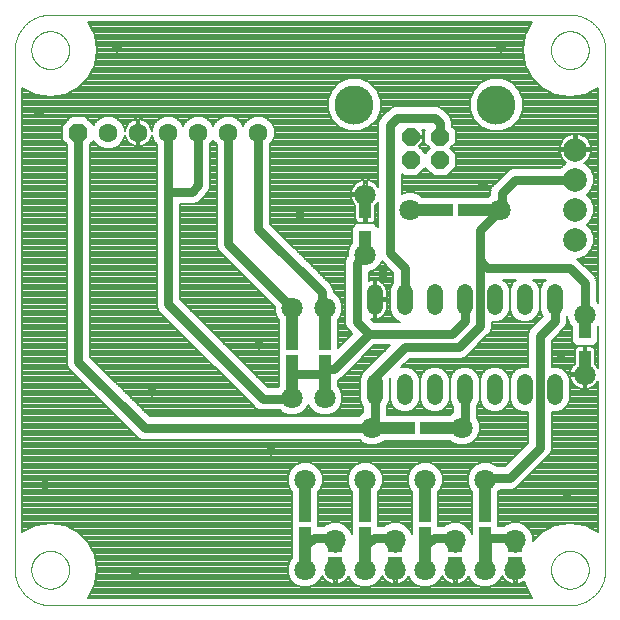
<source format=gtl>
G75*
%MOIN*%
%OFA0B0*%
%FSLAX25Y25*%
%IPPOS*%
%LPD*%
%AMOC8*
5,1,8,0,0,1.08239X$1,22.5*
%
%ADD10C,0.00000*%
%ADD11R,0.03937X0.10236*%
%ADD12C,0.07087*%
%ADD13C,0.05200*%
%ADD14R,0.12598X0.03937*%
%ADD15OC8,0.05740*%
%ADD16C,0.13055*%
%ADD17R,0.03937X0.12598*%
%ADD18R,0.04724X0.03150*%
%ADD19C,0.07874*%
%ADD20C,0.06299*%
%ADD21OC8,0.06299*%
%ADD22C,0.03150*%
%ADD23C,0.01600*%
%ADD24C,0.00787*%
%ADD25C,0.03150*%
D10*
X0004543Y0016354D02*
X0004543Y0189583D01*
X0010055Y0189583D02*
X0010057Y0189741D01*
X0010063Y0189899D01*
X0010073Y0190057D01*
X0010087Y0190215D01*
X0010105Y0190372D01*
X0010126Y0190529D01*
X0010152Y0190685D01*
X0010182Y0190841D01*
X0010215Y0190996D01*
X0010253Y0191149D01*
X0010294Y0191302D01*
X0010339Y0191454D01*
X0010388Y0191605D01*
X0010441Y0191754D01*
X0010497Y0191902D01*
X0010557Y0192048D01*
X0010621Y0192193D01*
X0010689Y0192336D01*
X0010760Y0192478D01*
X0010834Y0192618D01*
X0010912Y0192755D01*
X0010994Y0192891D01*
X0011078Y0193025D01*
X0011167Y0193156D01*
X0011258Y0193285D01*
X0011353Y0193412D01*
X0011450Y0193537D01*
X0011551Y0193659D01*
X0011655Y0193778D01*
X0011762Y0193895D01*
X0011872Y0194009D01*
X0011985Y0194120D01*
X0012100Y0194229D01*
X0012218Y0194334D01*
X0012339Y0194436D01*
X0012462Y0194536D01*
X0012588Y0194632D01*
X0012716Y0194725D01*
X0012846Y0194815D01*
X0012979Y0194901D01*
X0013114Y0194985D01*
X0013250Y0195064D01*
X0013389Y0195141D01*
X0013530Y0195213D01*
X0013672Y0195283D01*
X0013816Y0195348D01*
X0013962Y0195410D01*
X0014109Y0195468D01*
X0014258Y0195523D01*
X0014408Y0195574D01*
X0014559Y0195621D01*
X0014711Y0195664D01*
X0014864Y0195703D01*
X0015019Y0195739D01*
X0015174Y0195770D01*
X0015330Y0195798D01*
X0015486Y0195822D01*
X0015643Y0195842D01*
X0015801Y0195858D01*
X0015958Y0195870D01*
X0016117Y0195878D01*
X0016275Y0195882D01*
X0016433Y0195882D01*
X0016591Y0195878D01*
X0016750Y0195870D01*
X0016907Y0195858D01*
X0017065Y0195842D01*
X0017222Y0195822D01*
X0017378Y0195798D01*
X0017534Y0195770D01*
X0017689Y0195739D01*
X0017844Y0195703D01*
X0017997Y0195664D01*
X0018149Y0195621D01*
X0018300Y0195574D01*
X0018450Y0195523D01*
X0018599Y0195468D01*
X0018746Y0195410D01*
X0018892Y0195348D01*
X0019036Y0195283D01*
X0019178Y0195213D01*
X0019319Y0195141D01*
X0019458Y0195064D01*
X0019594Y0194985D01*
X0019729Y0194901D01*
X0019862Y0194815D01*
X0019992Y0194725D01*
X0020120Y0194632D01*
X0020246Y0194536D01*
X0020369Y0194436D01*
X0020490Y0194334D01*
X0020608Y0194229D01*
X0020723Y0194120D01*
X0020836Y0194009D01*
X0020946Y0193895D01*
X0021053Y0193778D01*
X0021157Y0193659D01*
X0021258Y0193537D01*
X0021355Y0193412D01*
X0021450Y0193285D01*
X0021541Y0193156D01*
X0021630Y0193025D01*
X0021714Y0192891D01*
X0021796Y0192755D01*
X0021874Y0192618D01*
X0021948Y0192478D01*
X0022019Y0192336D01*
X0022087Y0192193D01*
X0022151Y0192048D01*
X0022211Y0191902D01*
X0022267Y0191754D01*
X0022320Y0191605D01*
X0022369Y0191454D01*
X0022414Y0191302D01*
X0022455Y0191149D01*
X0022493Y0190996D01*
X0022526Y0190841D01*
X0022556Y0190685D01*
X0022582Y0190529D01*
X0022603Y0190372D01*
X0022621Y0190215D01*
X0022635Y0190057D01*
X0022645Y0189899D01*
X0022651Y0189741D01*
X0022653Y0189583D01*
X0022651Y0189425D01*
X0022645Y0189267D01*
X0022635Y0189109D01*
X0022621Y0188951D01*
X0022603Y0188794D01*
X0022582Y0188637D01*
X0022556Y0188481D01*
X0022526Y0188325D01*
X0022493Y0188170D01*
X0022455Y0188017D01*
X0022414Y0187864D01*
X0022369Y0187712D01*
X0022320Y0187561D01*
X0022267Y0187412D01*
X0022211Y0187264D01*
X0022151Y0187118D01*
X0022087Y0186973D01*
X0022019Y0186830D01*
X0021948Y0186688D01*
X0021874Y0186548D01*
X0021796Y0186411D01*
X0021714Y0186275D01*
X0021630Y0186141D01*
X0021541Y0186010D01*
X0021450Y0185881D01*
X0021355Y0185754D01*
X0021258Y0185629D01*
X0021157Y0185507D01*
X0021053Y0185388D01*
X0020946Y0185271D01*
X0020836Y0185157D01*
X0020723Y0185046D01*
X0020608Y0184937D01*
X0020490Y0184832D01*
X0020369Y0184730D01*
X0020246Y0184630D01*
X0020120Y0184534D01*
X0019992Y0184441D01*
X0019862Y0184351D01*
X0019729Y0184265D01*
X0019594Y0184181D01*
X0019458Y0184102D01*
X0019319Y0184025D01*
X0019178Y0183953D01*
X0019036Y0183883D01*
X0018892Y0183818D01*
X0018746Y0183756D01*
X0018599Y0183698D01*
X0018450Y0183643D01*
X0018300Y0183592D01*
X0018149Y0183545D01*
X0017997Y0183502D01*
X0017844Y0183463D01*
X0017689Y0183427D01*
X0017534Y0183396D01*
X0017378Y0183368D01*
X0017222Y0183344D01*
X0017065Y0183324D01*
X0016907Y0183308D01*
X0016750Y0183296D01*
X0016591Y0183288D01*
X0016433Y0183284D01*
X0016275Y0183284D01*
X0016117Y0183288D01*
X0015958Y0183296D01*
X0015801Y0183308D01*
X0015643Y0183324D01*
X0015486Y0183344D01*
X0015330Y0183368D01*
X0015174Y0183396D01*
X0015019Y0183427D01*
X0014864Y0183463D01*
X0014711Y0183502D01*
X0014559Y0183545D01*
X0014408Y0183592D01*
X0014258Y0183643D01*
X0014109Y0183698D01*
X0013962Y0183756D01*
X0013816Y0183818D01*
X0013672Y0183883D01*
X0013530Y0183953D01*
X0013389Y0184025D01*
X0013250Y0184102D01*
X0013114Y0184181D01*
X0012979Y0184265D01*
X0012846Y0184351D01*
X0012716Y0184441D01*
X0012588Y0184534D01*
X0012462Y0184630D01*
X0012339Y0184730D01*
X0012218Y0184832D01*
X0012100Y0184937D01*
X0011985Y0185046D01*
X0011872Y0185157D01*
X0011762Y0185271D01*
X0011655Y0185388D01*
X0011551Y0185507D01*
X0011450Y0185629D01*
X0011353Y0185754D01*
X0011258Y0185881D01*
X0011167Y0186010D01*
X0011078Y0186141D01*
X0010994Y0186275D01*
X0010912Y0186411D01*
X0010834Y0186548D01*
X0010760Y0186688D01*
X0010689Y0186830D01*
X0010621Y0186973D01*
X0010557Y0187118D01*
X0010497Y0187264D01*
X0010441Y0187412D01*
X0010388Y0187561D01*
X0010339Y0187712D01*
X0010294Y0187864D01*
X0010253Y0188017D01*
X0010215Y0188170D01*
X0010182Y0188325D01*
X0010152Y0188481D01*
X0010126Y0188637D01*
X0010105Y0188794D01*
X0010087Y0188951D01*
X0010073Y0189109D01*
X0010063Y0189267D01*
X0010057Y0189425D01*
X0010055Y0189583D01*
X0004543Y0189583D02*
X0004546Y0189868D01*
X0004557Y0190154D01*
X0004574Y0190439D01*
X0004598Y0190723D01*
X0004629Y0191007D01*
X0004667Y0191290D01*
X0004712Y0191571D01*
X0004763Y0191852D01*
X0004821Y0192132D01*
X0004886Y0192410D01*
X0004958Y0192686D01*
X0005036Y0192960D01*
X0005121Y0193233D01*
X0005213Y0193503D01*
X0005311Y0193771D01*
X0005415Y0194037D01*
X0005526Y0194300D01*
X0005643Y0194560D01*
X0005766Y0194818D01*
X0005896Y0195072D01*
X0006032Y0195323D01*
X0006173Y0195571D01*
X0006321Y0195815D01*
X0006474Y0196056D01*
X0006634Y0196292D01*
X0006799Y0196525D01*
X0006969Y0196754D01*
X0007145Y0196979D01*
X0007327Y0197199D01*
X0007513Y0197415D01*
X0007705Y0197626D01*
X0007902Y0197833D01*
X0008104Y0198035D01*
X0008311Y0198232D01*
X0008522Y0198424D01*
X0008738Y0198610D01*
X0008958Y0198792D01*
X0009183Y0198968D01*
X0009412Y0199138D01*
X0009645Y0199303D01*
X0009881Y0199463D01*
X0010122Y0199616D01*
X0010366Y0199764D01*
X0010614Y0199905D01*
X0010865Y0200041D01*
X0011119Y0200171D01*
X0011377Y0200294D01*
X0011637Y0200411D01*
X0011900Y0200522D01*
X0012166Y0200626D01*
X0012434Y0200724D01*
X0012704Y0200816D01*
X0012977Y0200901D01*
X0013251Y0200979D01*
X0013527Y0201051D01*
X0013805Y0201116D01*
X0014085Y0201174D01*
X0014366Y0201225D01*
X0014647Y0201270D01*
X0014930Y0201308D01*
X0015214Y0201339D01*
X0015498Y0201363D01*
X0015783Y0201380D01*
X0016069Y0201391D01*
X0016354Y0201394D01*
X0189583Y0201394D01*
X0183284Y0189583D02*
X0183286Y0189741D01*
X0183292Y0189899D01*
X0183302Y0190057D01*
X0183316Y0190215D01*
X0183334Y0190372D01*
X0183355Y0190529D01*
X0183381Y0190685D01*
X0183411Y0190841D01*
X0183444Y0190996D01*
X0183482Y0191149D01*
X0183523Y0191302D01*
X0183568Y0191454D01*
X0183617Y0191605D01*
X0183670Y0191754D01*
X0183726Y0191902D01*
X0183786Y0192048D01*
X0183850Y0192193D01*
X0183918Y0192336D01*
X0183989Y0192478D01*
X0184063Y0192618D01*
X0184141Y0192755D01*
X0184223Y0192891D01*
X0184307Y0193025D01*
X0184396Y0193156D01*
X0184487Y0193285D01*
X0184582Y0193412D01*
X0184679Y0193537D01*
X0184780Y0193659D01*
X0184884Y0193778D01*
X0184991Y0193895D01*
X0185101Y0194009D01*
X0185214Y0194120D01*
X0185329Y0194229D01*
X0185447Y0194334D01*
X0185568Y0194436D01*
X0185691Y0194536D01*
X0185817Y0194632D01*
X0185945Y0194725D01*
X0186075Y0194815D01*
X0186208Y0194901D01*
X0186343Y0194985D01*
X0186479Y0195064D01*
X0186618Y0195141D01*
X0186759Y0195213D01*
X0186901Y0195283D01*
X0187045Y0195348D01*
X0187191Y0195410D01*
X0187338Y0195468D01*
X0187487Y0195523D01*
X0187637Y0195574D01*
X0187788Y0195621D01*
X0187940Y0195664D01*
X0188093Y0195703D01*
X0188248Y0195739D01*
X0188403Y0195770D01*
X0188559Y0195798D01*
X0188715Y0195822D01*
X0188872Y0195842D01*
X0189030Y0195858D01*
X0189187Y0195870D01*
X0189346Y0195878D01*
X0189504Y0195882D01*
X0189662Y0195882D01*
X0189820Y0195878D01*
X0189979Y0195870D01*
X0190136Y0195858D01*
X0190294Y0195842D01*
X0190451Y0195822D01*
X0190607Y0195798D01*
X0190763Y0195770D01*
X0190918Y0195739D01*
X0191073Y0195703D01*
X0191226Y0195664D01*
X0191378Y0195621D01*
X0191529Y0195574D01*
X0191679Y0195523D01*
X0191828Y0195468D01*
X0191975Y0195410D01*
X0192121Y0195348D01*
X0192265Y0195283D01*
X0192407Y0195213D01*
X0192548Y0195141D01*
X0192687Y0195064D01*
X0192823Y0194985D01*
X0192958Y0194901D01*
X0193091Y0194815D01*
X0193221Y0194725D01*
X0193349Y0194632D01*
X0193475Y0194536D01*
X0193598Y0194436D01*
X0193719Y0194334D01*
X0193837Y0194229D01*
X0193952Y0194120D01*
X0194065Y0194009D01*
X0194175Y0193895D01*
X0194282Y0193778D01*
X0194386Y0193659D01*
X0194487Y0193537D01*
X0194584Y0193412D01*
X0194679Y0193285D01*
X0194770Y0193156D01*
X0194859Y0193025D01*
X0194943Y0192891D01*
X0195025Y0192755D01*
X0195103Y0192618D01*
X0195177Y0192478D01*
X0195248Y0192336D01*
X0195316Y0192193D01*
X0195380Y0192048D01*
X0195440Y0191902D01*
X0195496Y0191754D01*
X0195549Y0191605D01*
X0195598Y0191454D01*
X0195643Y0191302D01*
X0195684Y0191149D01*
X0195722Y0190996D01*
X0195755Y0190841D01*
X0195785Y0190685D01*
X0195811Y0190529D01*
X0195832Y0190372D01*
X0195850Y0190215D01*
X0195864Y0190057D01*
X0195874Y0189899D01*
X0195880Y0189741D01*
X0195882Y0189583D01*
X0195880Y0189425D01*
X0195874Y0189267D01*
X0195864Y0189109D01*
X0195850Y0188951D01*
X0195832Y0188794D01*
X0195811Y0188637D01*
X0195785Y0188481D01*
X0195755Y0188325D01*
X0195722Y0188170D01*
X0195684Y0188017D01*
X0195643Y0187864D01*
X0195598Y0187712D01*
X0195549Y0187561D01*
X0195496Y0187412D01*
X0195440Y0187264D01*
X0195380Y0187118D01*
X0195316Y0186973D01*
X0195248Y0186830D01*
X0195177Y0186688D01*
X0195103Y0186548D01*
X0195025Y0186411D01*
X0194943Y0186275D01*
X0194859Y0186141D01*
X0194770Y0186010D01*
X0194679Y0185881D01*
X0194584Y0185754D01*
X0194487Y0185629D01*
X0194386Y0185507D01*
X0194282Y0185388D01*
X0194175Y0185271D01*
X0194065Y0185157D01*
X0193952Y0185046D01*
X0193837Y0184937D01*
X0193719Y0184832D01*
X0193598Y0184730D01*
X0193475Y0184630D01*
X0193349Y0184534D01*
X0193221Y0184441D01*
X0193091Y0184351D01*
X0192958Y0184265D01*
X0192823Y0184181D01*
X0192687Y0184102D01*
X0192548Y0184025D01*
X0192407Y0183953D01*
X0192265Y0183883D01*
X0192121Y0183818D01*
X0191975Y0183756D01*
X0191828Y0183698D01*
X0191679Y0183643D01*
X0191529Y0183592D01*
X0191378Y0183545D01*
X0191226Y0183502D01*
X0191073Y0183463D01*
X0190918Y0183427D01*
X0190763Y0183396D01*
X0190607Y0183368D01*
X0190451Y0183344D01*
X0190294Y0183324D01*
X0190136Y0183308D01*
X0189979Y0183296D01*
X0189820Y0183288D01*
X0189662Y0183284D01*
X0189504Y0183284D01*
X0189346Y0183288D01*
X0189187Y0183296D01*
X0189030Y0183308D01*
X0188872Y0183324D01*
X0188715Y0183344D01*
X0188559Y0183368D01*
X0188403Y0183396D01*
X0188248Y0183427D01*
X0188093Y0183463D01*
X0187940Y0183502D01*
X0187788Y0183545D01*
X0187637Y0183592D01*
X0187487Y0183643D01*
X0187338Y0183698D01*
X0187191Y0183756D01*
X0187045Y0183818D01*
X0186901Y0183883D01*
X0186759Y0183953D01*
X0186618Y0184025D01*
X0186479Y0184102D01*
X0186343Y0184181D01*
X0186208Y0184265D01*
X0186075Y0184351D01*
X0185945Y0184441D01*
X0185817Y0184534D01*
X0185691Y0184630D01*
X0185568Y0184730D01*
X0185447Y0184832D01*
X0185329Y0184937D01*
X0185214Y0185046D01*
X0185101Y0185157D01*
X0184991Y0185271D01*
X0184884Y0185388D01*
X0184780Y0185507D01*
X0184679Y0185629D01*
X0184582Y0185754D01*
X0184487Y0185881D01*
X0184396Y0186010D01*
X0184307Y0186141D01*
X0184223Y0186275D01*
X0184141Y0186411D01*
X0184063Y0186548D01*
X0183989Y0186688D01*
X0183918Y0186830D01*
X0183850Y0186973D01*
X0183786Y0187118D01*
X0183726Y0187264D01*
X0183670Y0187412D01*
X0183617Y0187561D01*
X0183568Y0187712D01*
X0183523Y0187864D01*
X0183482Y0188017D01*
X0183444Y0188170D01*
X0183411Y0188325D01*
X0183381Y0188481D01*
X0183355Y0188637D01*
X0183334Y0188794D01*
X0183316Y0188951D01*
X0183302Y0189109D01*
X0183292Y0189267D01*
X0183286Y0189425D01*
X0183284Y0189583D01*
X0189583Y0201394D02*
X0189868Y0201391D01*
X0190154Y0201380D01*
X0190439Y0201363D01*
X0190723Y0201339D01*
X0191007Y0201308D01*
X0191290Y0201270D01*
X0191571Y0201225D01*
X0191852Y0201174D01*
X0192132Y0201116D01*
X0192410Y0201051D01*
X0192686Y0200979D01*
X0192960Y0200901D01*
X0193233Y0200816D01*
X0193503Y0200724D01*
X0193771Y0200626D01*
X0194037Y0200522D01*
X0194300Y0200411D01*
X0194560Y0200294D01*
X0194818Y0200171D01*
X0195072Y0200041D01*
X0195323Y0199905D01*
X0195571Y0199764D01*
X0195815Y0199616D01*
X0196056Y0199463D01*
X0196292Y0199303D01*
X0196525Y0199138D01*
X0196754Y0198968D01*
X0196979Y0198792D01*
X0197199Y0198610D01*
X0197415Y0198424D01*
X0197626Y0198232D01*
X0197833Y0198035D01*
X0198035Y0197833D01*
X0198232Y0197626D01*
X0198424Y0197415D01*
X0198610Y0197199D01*
X0198792Y0196979D01*
X0198968Y0196754D01*
X0199138Y0196525D01*
X0199303Y0196292D01*
X0199463Y0196056D01*
X0199616Y0195815D01*
X0199764Y0195571D01*
X0199905Y0195323D01*
X0200041Y0195072D01*
X0200171Y0194818D01*
X0200294Y0194560D01*
X0200411Y0194300D01*
X0200522Y0194037D01*
X0200626Y0193771D01*
X0200724Y0193503D01*
X0200816Y0193233D01*
X0200901Y0192960D01*
X0200979Y0192686D01*
X0201051Y0192410D01*
X0201116Y0192132D01*
X0201174Y0191852D01*
X0201225Y0191571D01*
X0201270Y0191290D01*
X0201308Y0191007D01*
X0201339Y0190723D01*
X0201363Y0190439D01*
X0201380Y0190154D01*
X0201391Y0189868D01*
X0201394Y0189583D01*
X0201394Y0016354D01*
X0183284Y0016354D02*
X0183286Y0016512D01*
X0183292Y0016670D01*
X0183302Y0016828D01*
X0183316Y0016986D01*
X0183334Y0017143D01*
X0183355Y0017300D01*
X0183381Y0017456D01*
X0183411Y0017612D01*
X0183444Y0017767D01*
X0183482Y0017920D01*
X0183523Y0018073D01*
X0183568Y0018225D01*
X0183617Y0018376D01*
X0183670Y0018525D01*
X0183726Y0018673D01*
X0183786Y0018819D01*
X0183850Y0018964D01*
X0183918Y0019107D01*
X0183989Y0019249D01*
X0184063Y0019389D01*
X0184141Y0019526D01*
X0184223Y0019662D01*
X0184307Y0019796D01*
X0184396Y0019927D01*
X0184487Y0020056D01*
X0184582Y0020183D01*
X0184679Y0020308D01*
X0184780Y0020430D01*
X0184884Y0020549D01*
X0184991Y0020666D01*
X0185101Y0020780D01*
X0185214Y0020891D01*
X0185329Y0021000D01*
X0185447Y0021105D01*
X0185568Y0021207D01*
X0185691Y0021307D01*
X0185817Y0021403D01*
X0185945Y0021496D01*
X0186075Y0021586D01*
X0186208Y0021672D01*
X0186343Y0021756D01*
X0186479Y0021835D01*
X0186618Y0021912D01*
X0186759Y0021984D01*
X0186901Y0022054D01*
X0187045Y0022119D01*
X0187191Y0022181D01*
X0187338Y0022239D01*
X0187487Y0022294D01*
X0187637Y0022345D01*
X0187788Y0022392D01*
X0187940Y0022435D01*
X0188093Y0022474D01*
X0188248Y0022510D01*
X0188403Y0022541D01*
X0188559Y0022569D01*
X0188715Y0022593D01*
X0188872Y0022613D01*
X0189030Y0022629D01*
X0189187Y0022641D01*
X0189346Y0022649D01*
X0189504Y0022653D01*
X0189662Y0022653D01*
X0189820Y0022649D01*
X0189979Y0022641D01*
X0190136Y0022629D01*
X0190294Y0022613D01*
X0190451Y0022593D01*
X0190607Y0022569D01*
X0190763Y0022541D01*
X0190918Y0022510D01*
X0191073Y0022474D01*
X0191226Y0022435D01*
X0191378Y0022392D01*
X0191529Y0022345D01*
X0191679Y0022294D01*
X0191828Y0022239D01*
X0191975Y0022181D01*
X0192121Y0022119D01*
X0192265Y0022054D01*
X0192407Y0021984D01*
X0192548Y0021912D01*
X0192687Y0021835D01*
X0192823Y0021756D01*
X0192958Y0021672D01*
X0193091Y0021586D01*
X0193221Y0021496D01*
X0193349Y0021403D01*
X0193475Y0021307D01*
X0193598Y0021207D01*
X0193719Y0021105D01*
X0193837Y0021000D01*
X0193952Y0020891D01*
X0194065Y0020780D01*
X0194175Y0020666D01*
X0194282Y0020549D01*
X0194386Y0020430D01*
X0194487Y0020308D01*
X0194584Y0020183D01*
X0194679Y0020056D01*
X0194770Y0019927D01*
X0194859Y0019796D01*
X0194943Y0019662D01*
X0195025Y0019526D01*
X0195103Y0019389D01*
X0195177Y0019249D01*
X0195248Y0019107D01*
X0195316Y0018964D01*
X0195380Y0018819D01*
X0195440Y0018673D01*
X0195496Y0018525D01*
X0195549Y0018376D01*
X0195598Y0018225D01*
X0195643Y0018073D01*
X0195684Y0017920D01*
X0195722Y0017767D01*
X0195755Y0017612D01*
X0195785Y0017456D01*
X0195811Y0017300D01*
X0195832Y0017143D01*
X0195850Y0016986D01*
X0195864Y0016828D01*
X0195874Y0016670D01*
X0195880Y0016512D01*
X0195882Y0016354D01*
X0195880Y0016196D01*
X0195874Y0016038D01*
X0195864Y0015880D01*
X0195850Y0015722D01*
X0195832Y0015565D01*
X0195811Y0015408D01*
X0195785Y0015252D01*
X0195755Y0015096D01*
X0195722Y0014941D01*
X0195684Y0014788D01*
X0195643Y0014635D01*
X0195598Y0014483D01*
X0195549Y0014332D01*
X0195496Y0014183D01*
X0195440Y0014035D01*
X0195380Y0013889D01*
X0195316Y0013744D01*
X0195248Y0013601D01*
X0195177Y0013459D01*
X0195103Y0013319D01*
X0195025Y0013182D01*
X0194943Y0013046D01*
X0194859Y0012912D01*
X0194770Y0012781D01*
X0194679Y0012652D01*
X0194584Y0012525D01*
X0194487Y0012400D01*
X0194386Y0012278D01*
X0194282Y0012159D01*
X0194175Y0012042D01*
X0194065Y0011928D01*
X0193952Y0011817D01*
X0193837Y0011708D01*
X0193719Y0011603D01*
X0193598Y0011501D01*
X0193475Y0011401D01*
X0193349Y0011305D01*
X0193221Y0011212D01*
X0193091Y0011122D01*
X0192958Y0011036D01*
X0192823Y0010952D01*
X0192687Y0010873D01*
X0192548Y0010796D01*
X0192407Y0010724D01*
X0192265Y0010654D01*
X0192121Y0010589D01*
X0191975Y0010527D01*
X0191828Y0010469D01*
X0191679Y0010414D01*
X0191529Y0010363D01*
X0191378Y0010316D01*
X0191226Y0010273D01*
X0191073Y0010234D01*
X0190918Y0010198D01*
X0190763Y0010167D01*
X0190607Y0010139D01*
X0190451Y0010115D01*
X0190294Y0010095D01*
X0190136Y0010079D01*
X0189979Y0010067D01*
X0189820Y0010059D01*
X0189662Y0010055D01*
X0189504Y0010055D01*
X0189346Y0010059D01*
X0189187Y0010067D01*
X0189030Y0010079D01*
X0188872Y0010095D01*
X0188715Y0010115D01*
X0188559Y0010139D01*
X0188403Y0010167D01*
X0188248Y0010198D01*
X0188093Y0010234D01*
X0187940Y0010273D01*
X0187788Y0010316D01*
X0187637Y0010363D01*
X0187487Y0010414D01*
X0187338Y0010469D01*
X0187191Y0010527D01*
X0187045Y0010589D01*
X0186901Y0010654D01*
X0186759Y0010724D01*
X0186618Y0010796D01*
X0186479Y0010873D01*
X0186343Y0010952D01*
X0186208Y0011036D01*
X0186075Y0011122D01*
X0185945Y0011212D01*
X0185817Y0011305D01*
X0185691Y0011401D01*
X0185568Y0011501D01*
X0185447Y0011603D01*
X0185329Y0011708D01*
X0185214Y0011817D01*
X0185101Y0011928D01*
X0184991Y0012042D01*
X0184884Y0012159D01*
X0184780Y0012278D01*
X0184679Y0012400D01*
X0184582Y0012525D01*
X0184487Y0012652D01*
X0184396Y0012781D01*
X0184307Y0012912D01*
X0184223Y0013046D01*
X0184141Y0013182D01*
X0184063Y0013319D01*
X0183989Y0013459D01*
X0183918Y0013601D01*
X0183850Y0013744D01*
X0183786Y0013889D01*
X0183726Y0014035D01*
X0183670Y0014183D01*
X0183617Y0014332D01*
X0183568Y0014483D01*
X0183523Y0014635D01*
X0183482Y0014788D01*
X0183444Y0014941D01*
X0183411Y0015096D01*
X0183381Y0015252D01*
X0183355Y0015408D01*
X0183334Y0015565D01*
X0183316Y0015722D01*
X0183302Y0015880D01*
X0183292Y0016038D01*
X0183286Y0016196D01*
X0183284Y0016354D01*
X0189583Y0004543D02*
X0189868Y0004546D01*
X0190154Y0004557D01*
X0190439Y0004574D01*
X0190723Y0004598D01*
X0191007Y0004629D01*
X0191290Y0004667D01*
X0191571Y0004712D01*
X0191852Y0004763D01*
X0192132Y0004821D01*
X0192410Y0004886D01*
X0192686Y0004958D01*
X0192960Y0005036D01*
X0193233Y0005121D01*
X0193503Y0005213D01*
X0193771Y0005311D01*
X0194037Y0005415D01*
X0194300Y0005526D01*
X0194560Y0005643D01*
X0194818Y0005766D01*
X0195072Y0005896D01*
X0195323Y0006032D01*
X0195571Y0006173D01*
X0195815Y0006321D01*
X0196056Y0006474D01*
X0196292Y0006634D01*
X0196525Y0006799D01*
X0196754Y0006969D01*
X0196979Y0007145D01*
X0197199Y0007327D01*
X0197415Y0007513D01*
X0197626Y0007705D01*
X0197833Y0007902D01*
X0198035Y0008104D01*
X0198232Y0008311D01*
X0198424Y0008522D01*
X0198610Y0008738D01*
X0198792Y0008958D01*
X0198968Y0009183D01*
X0199138Y0009412D01*
X0199303Y0009645D01*
X0199463Y0009881D01*
X0199616Y0010122D01*
X0199764Y0010366D01*
X0199905Y0010614D01*
X0200041Y0010865D01*
X0200171Y0011119D01*
X0200294Y0011377D01*
X0200411Y0011637D01*
X0200522Y0011900D01*
X0200626Y0012166D01*
X0200724Y0012434D01*
X0200816Y0012704D01*
X0200901Y0012977D01*
X0200979Y0013251D01*
X0201051Y0013527D01*
X0201116Y0013805D01*
X0201174Y0014085D01*
X0201225Y0014366D01*
X0201270Y0014647D01*
X0201308Y0014930D01*
X0201339Y0015214D01*
X0201363Y0015498D01*
X0201380Y0015783D01*
X0201391Y0016069D01*
X0201394Y0016354D01*
X0189583Y0004543D02*
X0016354Y0004543D01*
X0010055Y0016354D02*
X0010057Y0016512D01*
X0010063Y0016670D01*
X0010073Y0016828D01*
X0010087Y0016986D01*
X0010105Y0017143D01*
X0010126Y0017300D01*
X0010152Y0017456D01*
X0010182Y0017612D01*
X0010215Y0017767D01*
X0010253Y0017920D01*
X0010294Y0018073D01*
X0010339Y0018225D01*
X0010388Y0018376D01*
X0010441Y0018525D01*
X0010497Y0018673D01*
X0010557Y0018819D01*
X0010621Y0018964D01*
X0010689Y0019107D01*
X0010760Y0019249D01*
X0010834Y0019389D01*
X0010912Y0019526D01*
X0010994Y0019662D01*
X0011078Y0019796D01*
X0011167Y0019927D01*
X0011258Y0020056D01*
X0011353Y0020183D01*
X0011450Y0020308D01*
X0011551Y0020430D01*
X0011655Y0020549D01*
X0011762Y0020666D01*
X0011872Y0020780D01*
X0011985Y0020891D01*
X0012100Y0021000D01*
X0012218Y0021105D01*
X0012339Y0021207D01*
X0012462Y0021307D01*
X0012588Y0021403D01*
X0012716Y0021496D01*
X0012846Y0021586D01*
X0012979Y0021672D01*
X0013114Y0021756D01*
X0013250Y0021835D01*
X0013389Y0021912D01*
X0013530Y0021984D01*
X0013672Y0022054D01*
X0013816Y0022119D01*
X0013962Y0022181D01*
X0014109Y0022239D01*
X0014258Y0022294D01*
X0014408Y0022345D01*
X0014559Y0022392D01*
X0014711Y0022435D01*
X0014864Y0022474D01*
X0015019Y0022510D01*
X0015174Y0022541D01*
X0015330Y0022569D01*
X0015486Y0022593D01*
X0015643Y0022613D01*
X0015801Y0022629D01*
X0015958Y0022641D01*
X0016117Y0022649D01*
X0016275Y0022653D01*
X0016433Y0022653D01*
X0016591Y0022649D01*
X0016750Y0022641D01*
X0016907Y0022629D01*
X0017065Y0022613D01*
X0017222Y0022593D01*
X0017378Y0022569D01*
X0017534Y0022541D01*
X0017689Y0022510D01*
X0017844Y0022474D01*
X0017997Y0022435D01*
X0018149Y0022392D01*
X0018300Y0022345D01*
X0018450Y0022294D01*
X0018599Y0022239D01*
X0018746Y0022181D01*
X0018892Y0022119D01*
X0019036Y0022054D01*
X0019178Y0021984D01*
X0019319Y0021912D01*
X0019458Y0021835D01*
X0019594Y0021756D01*
X0019729Y0021672D01*
X0019862Y0021586D01*
X0019992Y0021496D01*
X0020120Y0021403D01*
X0020246Y0021307D01*
X0020369Y0021207D01*
X0020490Y0021105D01*
X0020608Y0021000D01*
X0020723Y0020891D01*
X0020836Y0020780D01*
X0020946Y0020666D01*
X0021053Y0020549D01*
X0021157Y0020430D01*
X0021258Y0020308D01*
X0021355Y0020183D01*
X0021450Y0020056D01*
X0021541Y0019927D01*
X0021630Y0019796D01*
X0021714Y0019662D01*
X0021796Y0019526D01*
X0021874Y0019389D01*
X0021948Y0019249D01*
X0022019Y0019107D01*
X0022087Y0018964D01*
X0022151Y0018819D01*
X0022211Y0018673D01*
X0022267Y0018525D01*
X0022320Y0018376D01*
X0022369Y0018225D01*
X0022414Y0018073D01*
X0022455Y0017920D01*
X0022493Y0017767D01*
X0022526Y0017612D01*
X0022556Y0017456D01*
X0022582Y0017300D01*
X0022603Y0017143D01*
X0022621Y0016986D01*
X0022635Y0016828D01*
X0022645Y0016670D01*
X0022651Y0016512D01*
X0022653Y0016354D01*
X0022651Y0016196D01*
X0022645Y0016038D01*
X0022635Y0015880D01*
X0022621Y0015722D01*
X0022603Y0015565D01*
X0022582Y0015408D01*
X0022556Y0015252D01*
X0022526Y0015096D01*
X0022493Y0014941D01*
X0022455Y0014788D01*
X0022414Y0014635D01*
X0022369Y0014483D01*
X0022320Y0014332D01*
X0022267Y0014183D01*
X0022211Y0014035D01*
X0022151Y0013889D01*
X0022087Y0013744D01*
X0022019Y0013601D01*
X0021948Y0013459D01*
X0021874Y0013319D01*
X0021796Y0013182D01*
X0021714Y0013046D01*
X0021630Y0012912D01*
X0021541Y0012781D01*
X0021450Y0012652D01*
X0021355Y0012525D01*
X0021258Y0012400D01*
X0021157Y0012278D01*
X0021053Y0012159D01*
X0020946Y0012042D01*
X0020836Y0011928D01*
X0020723Y0011817D01*
X0020608Y0011708D01*
X0020490Y0011603D01*
X0020369Y0011501D01*
X0020246Y0011401D01*
X0020120Y0011305D01*
X0019992Y0011212D01*
X0019862Y0011122D01*
X0019729Y0011036D01*
X0019594Y0010952D01*
X0019458Y0010873D01*
X0019319Y0010796D01*
X0019178Y0010724D01*
X0019036Y0010654D01*
X0018892Y0010589D01*
X0018746Y0010527D01*
X0018599Y0010469D01*
X0018450Y0010414D01*
X0018300Y0010363D01*
X0018149Y0010316D01*
X0017997Y0010273D01*
X0017844Y0010234D01*
X0017689Y0010198D01*
X0017534Y0010167D01*
X0017378Y0010139D01*
X0017222Y0010115D01*
X0017065Y0010095D01*
X0016907Y0010079D01*
X0016750Y0010067D01*
X0016591Y0010059D01*
X0016433Y0010055D01*
X0016275Y0010055D01*
X0016117Y0010059D01*
X0015958Y0010067D01*
X0015801Y0010079D01*
X0015643Y0010095D01*
X0015486Y0010115D01*
X0015330Y0010139D01*
X0015174Y0010167D01*
X0015019Y0010198D01*
X0014864Y0010234D01*
X0014711Y0010273D01*
X0014559Y0010316D01*
X0014408Y0010363D01*
X0014258Y0010414D01*
X0014109Y0010469D01*
X0013962Y0010527D01*
X0013816Y0010589D01*
X0013672Y0010654D01*
X0013530Y0010724D01*
X0013389Y0010796D01*
X0013250Y0010873D01*
X0013114Y0010952D01*
X0012979Y0011036D01*
X0012846Y0011122D01*
X0012716Y0011212D01*
X0012588Y0011305D01*
X0012462Y0011401D01*
X0012339Y0011501D01*
X0012218Y0011603D01*
X0012100Y0011708D01*
X0011985Y0011817D01*
X0011872Y0011928D01*
X0011762Y0012042D01*
X0011655Y0012159D01*
X0011551Y0012278D01*
X0011450Y0012400D01*
X0011353Y0012525D01*
X0011258Y0012652D01*
X0011167Y0012781D01*
X0011078Y0012912D01*
X0010994Y0013046D01*
X0010912Y0013182D01*
X0010834Y0013319D01*
X0010760Y0013459D01*
X0010689Y0013601D01*
X0010621Y0013744D01*
X0010557Y0013889D01*
X0010497Y0014035D01*
X0010441Y0014183D01*
X0010388Y0014332D01*
X0010339Y0014483D01*
X0010294Y0014635D01*
X0010253Y0014788D01*
X0010215Y0014941D01*
X0010182Y0015096D01*
X0010152Y0015252D01*
X0010126Y0015408D01*
X0010105Y0015565D01*
X0010087Y0015722D01*
X0010073Y0015880D01*
X0010063Y0016038D01*
X0010057Y0016196D01*
X0010055Y0016354D01*
X0004543Y0016354D02*
X0004546Y0016069D01*
X0004557Y0015783D01*
X0004574Y0015498D01*
X0004598Y0015214D01*
X0004629Y0014930D01*
X0004667Y0014647D01*
X0004712Y0014366D01*
X0004763Y0014085D01*
X0004821Y0013805D01*
X0004886Y0013527D01*
X0004958Y0013251D01*
X0005036Y0012977D01*
X0005121Y0012704D01*
X0005213Y0012434D01*
X0005311Y0012166D01*
X0005415Y0011900D01*
X0005526Y0011637D01*
X0005643Y0011377D01*
X0005766Y0011119D01*
X0005896Y0010865D01*
X0006032Y0010614D01*
X0006173Y0010366D01*
X0006321Y0010122D01*
X0006474Y0009881D01*
X0006634Y0009645D01*
X0006799Y0009412D01*
X0006969Y0009183D01*
X0007145Y0008958D01*
X0007327Y0008738D01*
X0007513Y0008522D01*
X0007705Y0008311D01*
X0007902Y0008104D01*
X0008104Y0007902D01*
X0008311Y0007705D01*
X0008522Y0007513D01*
X0008738Y0007327D01*
X0008958Y0007145D01*
X0009183Y0006969D01*
X0009412Y0006799D01*
X0009645Y0006634D01*
X0009881Y0006474D01*
X0010122Y0006321D01*
X0010366Y0006173D01*
X0010614Y0006032D01*
X0010865Y0005896D01*
X0011119Y0005766D01*
X0011377Y0005643D01*
X0011637Y0005526D01*
X0011900Y0005415D01*
X0012166Y0005311D01*
X0012434Y0005213D01*
X0012704Y0005121D01*
X0012977Y0005036D01*
X0013251Y0004958D01*
X0013527Y0004886D01*
X0013805Y0004821D01*
X0014085Y0004763D01*
X0014366Y0004712D01*
X0014647Y0004667D01*
X0014930Y0004629D01*
X0015214Y0004598D01*
X0015498Y0004574D01*
X0015783Y0004557D01*
X0016069Y0004546D01*
X0016354Y0004543D01*
D11*
X0121394Y0124307D03*
X0121394Y0138480D03*
X0194543Y0098480D03*
X0194543Y0084307D03*
D12*
X0194543Y0081394D03*
X0194543Y0101394D03*
X0166394Y0136394D03*
X0136394Y0136394D03*
X0121394Y0141394D03*
X0121394Y0121394D03*
X0107831Y0103756D03*
X0097043Y0103756D03*
X0097043Y0073756D03*
X0107831Y0073756D03*
X0123756Y0063756D03*
X0121394Y0046394D03*
X0131394Y0026394D03*
X0131394Y0016394D03*
X0141394Y0016394D03*
X0151394Y0016394D03*
X0151394Y0026394D03*
X0161394Y0016394D03*
X0171394Y0016394D03*
X0171394Y0026394D03*
X0161394Y0046394D03*
X0153756Y0063756D03*
X0141394Y0046394D03*
X0121394Y0016394D03*
X0111394Y0016394D03*
X0111394Y0026394D03*
X0101394Y0016394D03*
X0101394Y0046394D03*
D13*
X0124543Y0073794D02*
X0124543Y0078994D01*
X0134543Y0078994D02*
X0134543Y0073794D01*
X0144543Y0073794D02*
X0144543Y0078994D01*
X0154543Y0078994D02*
X0154543Y0073794D01*
X0164543Y0073794D02*
X0164543Y0078994D01*
X0174543Y0078994D02*
X0174543Y0073794D01*
X0184543Y0073794D02*
X0184543Y0078994D01*
X0184543Y0103794D02*
X0184543Y0108994D01*
X0174543Y0108994D02*
X0174543Y0103794D01*
X0164543Y0103794D02*
X0164543Y0108994D01*
X0154543Y0108994D02*
X0154543Y0103794D01*
X0144543Y0103794D02*
X0144543Y0108994D01*
X0134543Y0108994D02*
X0134543Y0103794D01*
X0124543Y0103794D02*
X0124543Y0108994D01*
D14*
X0144307Y0136394D03*
X0158480Y0136394D03*
X0145843Y0063756D03*
X0131669Y0063756D03*
D15*
X0136472Y0152850D03*
X0136472Y0160724D03*
X0146315Y0160724D03*
X0146315Y0152850D03*
D16*
X0165094Y0171394D03*
X0117693Y0171394D03*
D17*
X0107831Y0095843D03*
X0097043Y0095843D03*
X0097043Y0081669D03*
X0107831Y0081669D03*
X0101394Y0038480D03*
X0101394Y0024307D03*
X0121394Y0024307D03*
X0121394Y0038480D03*
X0141394Y0038480D03*
X0141394Y0024307D03*
X0161394Y0024307D03*
X0161394Y0038480D03*
D18*
X0171394Y0023480D03*
X0171394Y0019307D03*
X0151394Y0019307D03*
X0151394Y0023480D03*
X0131394Y0023480D03*
X0131394Y0019307D03*
X0111394Y0019307D03*
X0111394Y0023480D03*
D19*
X0191394Y0126394D03*
X0191394Y0136394D03*
X0191394Y0146394D03*
X0191394Y0156394D03*
D20*
X0085724Y0162024D03*
X0075724Y0162024D03*
X0065724Y0162024D03*
X0055724Y0162024D03*
X0045724Y0162024D03*
X0035724Y0162024D03*
D21*
X0025724Y0162024D03*
D22*
X0025724Y0085724D01*
X0047850Y0063598D01*
X0123598Y0063598D01*
X0123756Y0063756D01*
X0124543Y0064543D01*
X0124543Y0076394D01*
X0123894Y0077043D01*
X0123894Y0079957D01*
X0134543Y0090606D01*
X0152575Y0090606D01*
X0159543Y0097575D01*
X0159543Y0119543D01*
X0162043Y0117043D01*
X0189543Y0117043D01*
X0194543Y0112043D01*
X0194543Y0101394D01*
X0194543Y0098480D01*
X0184543Y0099386D02*
X0179543Y0094386D01*
X0179543Y0057043D01*
X0169543Y0047043D01*
X0162043Y0047043D01*
X0161394Y0046394D01*
X0153756Y0063756D02*
X0154543Y0064543D01*
X0154543Y0076394D01*
X0150213Y0095094D02*
X0122654Y0095094D01*
X0110843Y0083283D01*
X0109445Y0083283D01*
X0107831Y0081669D01*
X0097043Y0081669D01*
X0097043Y0073756D01*
X0096728Y0073441D01*
X0087220Y0073441D01*
X0055724Y0104937D01*
X0055724Y0142339D01*
X0063598Y0142339D01*
X0065724Y0144465D01*
X0065724Y0162024D01*
X0055724Y0162024D02*
X0055724Y0142339D01*
X0075724Y0125075D02*
X0075724Y0162024D01*
X0085724Y0162024D02*
X0085724Y0130055D01*
X0106906Y0108874D01*
X0106906Y0104681D01*
X0107831Y0103756D01*
X0097043Y0103756D02*
X0097043Y0095843D01*
X0097043Y0103756D02*
X0075724Y0125075D01*
X0107831Y0081669D02*
X0107831Y0073756D01*
X0122654Y0095094D02*
X0118717Y0099031D01*
X0118717Y0118717D01*
X0121394Y0121394D01*
X0129543Y0122043D02*
X0134543Y0117043D01*
X0134543Y0106394D01*
X0129543Y0122043D02*
X0129543Y0164543D01*
X0132043Y0167043D01*
X0144543Y0167043D01*
X0146315Y0165272D01*
X0146315Y0160724D01*
X0167043Y0142043D02*
X0167043Y0137043D01*
X0166394Y0136394D01*
X0159543Y0129543D01*
X0159543Y0119543D01*
X0154543Y0106394D02*
X0154543Y0099425D01*
X0150213Y0095094D01*
X0184543Y0099386D02*
X0184543Y0106394D01*
X0166394Y0136394D02*
X0158480Y0136394D01*
X0167043Y0142043D02*
X0171394Y0146394D01*
X0191394Y0146394D01*
X0144307Y0136394D02*
X0136394Y0136394D01*
X0132043Y0027043D02*
X0124130Y0027043D01*
X0121394Y0024307D01*
X0121394Y0016394D01*
X0131394Y0023480D02*
X0131394Y0026394D01*
X0132043Y0027043D01*
X0141394Y0024307D02*
X0141394Y0020193D01*
X0142043Y0017043D01*
X0141394Y0016394D01*
X0141394Y0024307D02*
X0144130Y0027043D01*
X0152043Y0027043D01*
X0151394Y0026394D01*
X0151394Y0023480D01*
X0161394Y0024307D02*
X0162043Y0023657D01*
X0162043Y0022043D01*
X0162043Y0017043D01*
X0161394Y0016394D01*
X0162043Y0023657D02*
X0162043Y0027043D01*
X0172043Y0027043D01*
X0171394Y0026394D01*
X0171394Y0023480D01*
X0171394Y0019307D02*
X0171394Y0016394D01*
X0112043Y0027043D02*
X0104130Y0027043D01*
X0101394Y0024307D01*
X0101394Y0016394D01*
X0111394Y0023480D02*
X0111394Y0026394D01*
X0112043Y0027043D01*
D23*
X0121394Y0038480D02*
X0121394Y0046394D01*
X0123756Y0063756D02*
X0131669Y0063756D01*
X0145843Y0063756D02*
X0153756Y0063756D01*
X0161394Y0046394D02*
X0161394Y0038480D01*
X0141394Y0038480D02*
X0141394Y0046394D01*
X0101394Y0046394D02*
X0101394Y0038480D01*
X0107831Y0095843D02*
X0107831Y0103756D01*
D24*
X0112161Y0099735D02*
X0112161Y0090170D01*
X0117086Y0095094D01*
X0116486Y0095694D01*
X0115379Y0096801D01*
X0114780Y0098248D01*
X0114780Y0119500D01*
X0115379Y0120947D01*
X0115488Y0121056D01*
X0115488Y0122568D01*
X0116387Y0124739D01*
X0117063Y0125415D01*
X0117063Y0130404D01*
X0118447Y0131787D01*
X0124341Y0131787D01*
X0125606Y0130522D01*
X0125606Y0138793D01*
X0125159Y0138177D01*
X0124756Y0137774D01*
X0124756Y0133179D01*
X0124661Y0132824D01*
X0124477Y0132506D01*
X0124218Y0132247D01*
X0123900Y0132063D01*
X0123546Y0131969D01*
X0121787Y0131969D01*
X0121787Y0138087D01*
X0121000Y0138087D01*
X0121000Y0131969D01*
X0119242Y0131969D01*
X0118887Y0132063D01*
X0118569Y0132247D01*
X0118310Y0132506D01*
X0118126Y0132824D01*
X0118031Y0133179D01*
X0118031Y0137774D01*
X0117628Y0138177D01*
X0117171Y0138806D01*
X0116818Y0139499D01*
X0116578Y0140238D01*
X0116458Y0141000D01*
X0118031Y0141000D01*
X0118031Y0141787D01*
X0116458Y0141787D01*
X0116578Y0142550D01*
X0116818Y0143289D01*
X0117171Y0143981D01*
X0117628Y0144610D01*
X0118177Y0145159D01*
X0118806Y0145616D01*
X0119499Y0145969D01*
X0120238Y0146209D01*
X0121000Y0146330D01*
X0121000Y0144992D01*
X0121000Y0144992D01*
X0121000Y0141787D01*
X0121787Y0141787D01*
X0121787Y0144992D01*
X0121787Y0144992D01*
X0121787Y0146330D01*
X0122550Y0146209D01*
X0123289Y0145969D01*
X0123981Y0145616D01*
X0124610Y0145159D01*
X0125159Y0144610D01*
X0125606Y0143995D01*
X0125606Y0165326D01*
X0126206Y0166773D01*
X0127313Y0167881D01*
X0129813Y0170381D01*
X0131260Y0170980D01*
X0145326Y0170980D01*
X0146773Y0170381D01*
X0147881Y0169273D01*
X0149653Y0167502D01*
X0150252Y0166055D01*
X0150252Y0164187D01*
X0151547Y0162892D01*
X0151547Y0158557D01*
X0149777Y0156787D01*
X0151547Y0155018D01*
X0151547Y0150683D01*
X0148482Y0147618D01*
X0144148Y0147618D01*
X0141394Y0150372D01*
X0138640Y0147618D01*
X0134305Y0147618D01*
X0133480Y0148443D01*
X0133480Y0141579D01*
X0135219Y0142299D01*
X0137568Y0142299D01*
X0139739Y0141400D01*
X0140415Y0140724D01*
X0162373Y0140724D01*
X0163048Y0141400D01*
X0163106Y0141424D01*
X0163106Y0142826D01*
X0163706Y0144273D01*
X0164813Y0145381D01*
X0169164Y0149731D01*
X0170611Y0150331D01*
X0186422Y0150331D01*
X0187825Y0151734D01*
X0188407Y0151975D01*
X0187921Y0152328D01*
X0187328Y0152921D01*
X0186834Y0153600D01*
X0186454Y0154347D01*
X0186194Y0155145D01*
X0186063Y0155974D01*
X0186063Y0156000D01*
X0191000Y0156000D01*
X0191000Y0156787D01*
X0186063Y0156787D01*
X0186063Y0156813D01*
X0186194Y0157642D01*
X0186454Y0158440D01*
X0186834Y0159188D01*
X0187328Y0159866D01*
X0187921Y0160460D01*
X0188600Y0160953D01*
X0189347Y0161334D01*
X0190145Y0161593D01*
X0190974Y0161724D01*
X0191000Y0161724D01*
X0191000Y0156787D01*
X0191787Y0156787D01*
X0191787Y0161724D01*
X0191813Y0161724D01*
X0192642Y0161593D01*
X0193440Y0161334D01*
X0194188Y0160953D01*
X0194866Y0160460D01*
X0195460Y0159866D01*
X0195953Y0159188D01*
X0196334Y0158440D01*
X0196593Y0157642D01*
X0196724Y0156813D01*
X0196724Y0156787D01*
X0191787Y0156787D01*
X0191787Y0156000D01*
X0196724Y0156000D01*
X0196724Y0155974D01*
X0196593Y0155145D01*
X0196334Y0154347D01*
X0195953Y0153600D01*
X0195460Y0152921D01*
X0194866Y0152328D01*
X0194381Y0151975D01*
X0194962Y0151734D01*
X0196734Y0149962D01*
X0197693Y0147647D01*
X0197693Y0145141D01*
X0196734Y0142825D01*
X0195302Y0141394D01*
X0196734Y0139962D01*
X0197693Y0137647D01*
X0197693Y0135141D01*
X0196734Y0132825D01*
X0195302Y0131394D01*
X0196734Y0129962D01*
X0197693Y0127647D01*
X0197693Y0125141D01*
X0196734Y0122825D01*
X0194962Y0121053D01*
X0192647Y0120094D01*
X0192060Y0120094D01*
X0197881Y0114273D01*
X0198480Y0112826D01*
X0198480Y0105808D01*
X0199031Y0105257D01*
X0199031Y0177017D01*
X0198847Y0176832D01*
X0198847Y0176832D01*
X0194453Y0174593D01*
X0194453Y0174593D01*
X0189583Y0173822D01*
X0189583Y0173822D01*
X0184712Y0174593D01*
X0184712Y0174593D01*
X0180319Y0176832D01*
X0180319Y0176832D01*
X0176832Y0180319D01*
X0176832Y0180319D01*
X0174593Y0184712D01*
X0173822Y0189583D01*
X0174593Y0194453D01*
X0176832Y0198847D01*
X0177017Y0199031D01*
X0028920Y0199031D01*
X0029105Y0198847D01*
X0029105Y0198847D01*
X0031344Y0194453D01*
X0031344Y0194453D01*
X0032115Y0189583D01*
X0031344Y0184712D01*
X0031344Y0184712D01*
X0029105Y0180319D01*
X0029105Y0180319D01*
X0025618Y0176832D01*
X0025618Y0176832D01*
X0021225Y0174593D01*
X0021225Y0174593D01*
X0016354Y0173822D01*
X0016354Y0173822D01*
X0011484Y0174593D01*
X0011484Y0174593D01*
X0007090Y0176832D01*
X0007090Y0176832D01*
X0006905Y0177017D01*
X0006905Y0028920D01*
X0007090Y0029105D01*
X0011484Y0031344D01*
X0016354Y0032115D01*
X0021225Y0031344D01*
X0025618Y0029105D01*
X0025618Y0029105D01*
X0029105Y0025618D01*
X0029105Y0025618D01*
X0031344Y0021225D01*
X0031344Y0021225D01*
X0032115Y0016354D01*
X0031344Y0011484D01*
X0031344Y0011484D01*
X0029105Y0007090D01*
X0029105Y0007090D01*
X0028920Y0006905D01*
X0177017Y0006905D01*
X0176832Y0007090D01*
X0176832Y0007090D01*
X0174593Y0011484D01*
X0174593Y0011484D01*
X0174433Y0012499D01*
X0173981Y0012171D01*
X0173289Y0011818D01*
X0172550Y0011578D01*
X0171787Y0011458D01*
X0171787Y0016000D01*
X0171000Y0016000D01*
X0171000Y0011458D01*
X0170238Y0011578D01*
X0169499Y0011818D01*
X0168806Y0012171D01*
X0168177Y0012628D01*
X0167628Y0013177D01*
X0167171Y0013806D01*
X0166919Y0014301D01*
X0166400Y0013048D01*
X0164739Y0011387D01*
X0162568Y0010488D01*
X0160219Y0010488D01*
X0158048Y0011387D01*
X0156387Y0013048D01*
X0155868Y0014301D01*
X0155616Y0013806D01*
X0155159Y0013177D01*
X0154610Y0012628D01*
X0153981Y0012171D01*
X0153289Y0011818D01*
X0152550Y0011578D01*
X0151787Y0011458D01*
X0151787Y0016000D01*
X0151000Y0016000D01*
X0151000Y0011458D01*
X0150238Y0011578D01*
X0149499Y0011818D01*
X0148806Y0012171D01*
X0148177Y0012628D01*
X0147628Y0013177D01*
X0147171Y0013806D01*
X0146919Y0014301D01*
X0146400Y0013048D01*
X0144739Y0011387D01*
X0142568Y0010488D01*
X0140219Y0010488D01*
X0138048Y0011387D01*
X0136387Y0013048D01*
X0135868Y0014301D01*
X0135616Y0013806D01*
X0135159Y0013177D01*
X0134610Y0012628D01*
X0133981Y0012171D01*
X0133289Y0011818D01*
X0132550Y0011578D01*
X0131787Y0011458D01*
X0131787Y0016000D01*
X0131000Y0016000D01*
X0131000Y0011458D01*
X0130238Y0011578D01*
X0129499Y0011818D01*
X0128806Y0012171D01*
X0128177Y0012628D01*
X0127628Y0013177D01*
X0127171Y0013806D01*
X0126919Y0014301D01*
X0126400Y0013048D01*
X0124739Y0011387D01*
X0122568Y0010488D01*
X0120219Y0010488D01*
X0118048Y0011387D01*
X0116387Y0013048D01*
X0115868Y0014301D01*
X0115616Y0013806D01*
X0115159Y0013177D01*
X0114610Y0012628D01*
X0113981Y0012171D01*
X0113289Y0011818D01*
X0112550Y0011578D01*
X0111787Y0011458D01*
X0111787Y0016000D01*
X0111000Y0016000D01*
X0111000Y0011458D01*
X0110238Y0011578D01*
X0109499Y0011818D01*
X0108806Y0012171D01*
X0108177Y0012628D01*
X0107628Y0013177D01*
X0107171Y0013806D01*
X0106919Y0014301D01*
X0106400Y0013048D01*
X0104739Y0011387D01*
X0102568Y0010488D01*
X0100219Y0010488D01*
X0098048Y0011387D01*
X0096387Y0013048D01*
X0095488Y0015219D01*
X0095488Y0017568D01*
X0096387Y0019739D01*
X0097063Y0020415D01*
X0097063Y0042373D01*
X0096387Y0043048D01*
X0095488Y0045219D01*
X0095488Y0047568D01*
X0096387Y0049739D01*
X0098048Y0051400D01*
X0100219Y0052299D01*
X0102568Y0052299D01*
X0104739Y0051400D01*
X0106400Y0049739D01*
X0107299Y0047568D01*
X0107299Y0045219D01*
X0106400Y0043048D01*
X0105724Y0042373D01*
X0105724Y0030980D01*
X0107629Y0030980D01*
X0108048Y0031400D01*
X0110219Y0032299D01*
X0112568Y0032299D01*
X0114739Y0031400D01*
X0116400Y0029739D01*
X0117063Y0028139D01*
X0117063Y0042373D01*
X0116387Y0043048D01*
X0115488Y0045219D01*
X0115488Y0047568D01*
X0116387Y0049739D01*
X0118048Y0051400D01*
X0120219Y0052299D01*
X0122568Y0052299D01*
X0124739Y0051400D01*
X0126400Y0049739D01*
X0127299Y0047568D01*
X0127299Y0045219D01*
X0126400Y0043048D01*
X0125724Y0042373D01*
X0125724Y0030980D01*
X0127629Y0030980D01*
X0128048Y0031400D01*
X0130219Y0032299D01*
X0132568Y0032299D01*
X0134739Y0031400D01*
X0136400Y0029739D01*
X0137063Y0028139D01*
X0137063Y0042373D01*
X0136387Y0043048D01*
X0135488Y0045219D01*
X0135488Y0047568D01*
X0136387Y0049739D01*
X0138048Y0051400D01*
X0140219Y0052299D01*
X0142568Y0052299D01*
X0144739Y0051400D01*
X0146400Y0049739D01*
X0147299Y0047568D01*
X0147299Y0045219D01*
X0146400Y0043048D01*
X0145724Y0042373D01*
X0145724Y0030980D01*
X0147629Y0030980D01*
X0148048Y0031400D01*
X0150219Y0032299D01*
X0152568Y0032299D01*
X0154739Y0031400D01*
X0156400Y0029739D01*
X0157063Y0028139D01*
X0157063Y0042373D01*
X0156387Y0043048D01*
X0155488Y0045219D01*
X0155488Y0047568D01*
X0156387Y0049739D01*
X0158048Y0051400D01*
X0160219Y0052299D01*
X0162568Y0052299D01*
X0164739Y0051400D01*
X0165159Y0050980D01*
X0167913Y0050980D01*
X0175606Y0058674D01*
X0175606Y0068863D01*
X0175530Y0068831D01*
X0173556Y0068831D01*
X0171732Y0069587D01*
X0170337Y0070983D01*
X0169581Y0072807D01*
X0169581Y0079981D01*
X0170337Y0081805D01*
X0171732Y0083200D01*
X0173556Y0083956D01*
X0175530Y0083956D01*
X0175606Y0083924D01*
X0175606Y0095169D01*
X0176206Y0096616D01*
X0177313Y0097723D01*
X0180455Y0100865D01*
X0180337Y0100983D01*
X0179581Y0102807D01*
X0179581Y0109981D01*
X0180337Y0111805D01*
X0181638Y0113106D01*
X0177448Y0113106D01*
X0178750Y0111805D01*
X0179505Y0109981D01*
X0179505Y0102807D01*
X0178750Y0100983D01*
X0177354Y0099587D01*
X0175530Y0098831D01*
X0173556Y0098831D01*
X0171732Y0099587D01*
X0170337Y0100983D01*
X0169581Y0102807D01*
X0169581Y0109981D01*
X0170337Y0111805D01*
X0171638Y0113106D01*
X0167448Y0113106D01*
X0168750Y0111805D01*
X0169505Y0109981D01*
X0169505Y0102807D01*
X0168750Y0100983D01*
X0167354Y0099587D01*
X0165530Y0098831D01*
X0163556Y0098831D01*
X0163480Y0098863D01*
X0163480Y0096792D01*
X0162881Y0095345D01*
X0161773Y0094237D01*
X0154805Y0087269D01*
X0153358Y0086669D01*
X0136174Y0086669D01*
X0133393Y0083888D01*
X0133556Y0083956D01*
X0135530Y0083956D01*
X0137354Y0083200D01*
X0138750Y0081805D01*
X0139505Y0079981D01*
X0139505Y0072807D01*
X0138750Y0070983D01*
X0137354Y0069587D01*
X0135530Y0068831D01*
X0133556Y0068831D01*
X0131732Y0069587D01*
X0130337Y0070983D01*
X0129581Y0072807D01*
X0129581Y0079981D01*
X0129649Y0080144D01*
X0129500Y0079995D01*
X0129505Y0079981D01*
X0129505Y0072807D01*
X0128750Y0070983D01*
X0128480Y0070713D01*
X0128480Y0068087D01*
X0149735Y0068087D01*
X0150411Y0068762D01*
X0150606Y0068843D01*
X0150606Y0070713D01*
X0150337Y0070983D01*
X0149581Y0072807D01*
X0149581Y0079981D01*
X0150337Y0081805D01*
X0151732Y0083200D01*
X0153556Y0083956D01*
X0155530Y0083956D01*
X0157354Y0083200D01*
X0158750Y0081805D01*
X0159505Y0079981D01*
X0159505Y0072807D01*
X0158750Y0070983D01*
X0158480Y0070713D01*
X0158480Y0067383D01*
X0158762Y0067101D01*
X0159661Y0064931D01*
X0159661Y0062581D01*
X0158762Y0060411D01*
X0157101Y0058749D01*
X0154931Y0057850D01*
X0152581Y0057850D01*
X0150411Y0058749D01*
X0149735Y0059425D01*
X0127777Y0059425D01*
X0127101Y0058749D01*
X0124931Y0057850D01*
X0122581Y0057850D01*
X0120411Y0058749D01*
X0119499Y0059661D01*
X0047067Y0059661D01*
X0045620Y0060261D01*
X0044513Y0061368D01*
X0022387Y0083494D01*
X0021787Y0084941D01*
X0021787Y0158166D01*
X0020213Y0159741D01*
X0020213Y0164307D01*
X0023441Y0167535D01*
X0028007Y0167535D01*
X0030860Y0164683D01*
X0031052Y0165146D01*
X0032602Y0166696D01*
X0034628Y0167535D01*
X0036821Y0167535D01*
X0038847Y0166696D01*
X0040397Y0165146D01*
X0041236Y0163120D01*
X0041236Y0162729D01*
X0041293Y0163088D01*
X0041514Y0163768D01*
X0041839Y0164405D01*
X0042259Y0164983D01*
X0042765Y0165489D01*
X0043343Y0165909D01*
X0043980Y0166234D01*
X0044661Y0166455D01*
X0045331Y0166561D01*
X0045331Y0162417D01*
X0046118Y0162417D01*
X0046118Y0166561D01*
X0046788Y0166455D01*
X0047468Y0166234D01*
X0048106Y0165909D01*
X0048684Y0165489D01*
X0049190Y0164983D01*
X0049610Y0164405D01*
X0049935Y0163768D01*
X0050156Y0163088D01*
X0050213Y0162729D01*
X0050213Y0163120D01*
X0051052Y0165146D01*
X0052602Y0166696D01*
X0054628Y0167535D01*
X0056821Y0167535D01*
X0058847Y0166696D01*
X0060397Y0165146D01*
X0060724Y0164356D01*
X0061052Y0165146D01*
X0062602Y0166696D01*
X0064628Y0167535D01*
X0066821Y0167535D01*
X0068847Y0166696D01*
X0070397Y0165146D01*
X0070724Y0164356D01*
X0071052Y0165146D01*
X0072602Y0166696D01*
X0074628Y0167535D01*
X0076821Y0167535D01*
X0078847Y0166696D01*
X0080397Y0165146D01*
X0080724Y0164356D01*
X0081052Y0165146D01*
X0082602Y0166696D01*
X0084628Y0167535D01*
X0086821Y0167535D01*
X0088847Y0166696D01*
X0090397Y0165146D01*
X0091236Y0163120D01*
X0091236Y0160927D01*
X0090397Y0158901D01*
X0089661Y0158166D01*
X0089661Y0131686D01*
X0109136Y0112212D01*
X0110243Y0111104D01*
X0110843Y0109657D01*
X0110843Y0108900D01*
X0111176Y0108762D01*
X0112837Y0107101D01*
X0113736Y0104931D01*
X0113736Y0102581D01*
X0112837Y0100411D01*
X0112161Y0099735D01*
X0112161Y0099639D02*
X0114780Y0099639D01*
X0114780Y0100425D02*
X0112843Y0100425D01*
X0113168Y0101211D02*
X0114780Y0101211D01*
X0114780Y0101997D02*
X0113494Y0101997D01*
X0113736Y0102782D02*
X0114780Y0102782D01*
X0114780Y0103568D02*
X0113736Y0103568D01*
X0113736Y0104354D02*
X0114780Y0104354D01*
X0114780Y0105140D02*
X0113649Y0105140D01*
X0113324Y0105926D02*
X0114780Y0105926D01*
X0114780Y0106712D02*
X0112998Y0106712D01*
X0112440Y0107498D02*
X0114780Y0107498D01*
X0114780Y0108284D02*
X0111654Y0108284D01*
X0110843Y0109070D02*
X0114780Y0109070D01*
X0114780Y0109856D02*
X0110760Y0109856D01*
X0110435Y0110642D02*
X0114780Y0110642D01*
X0114780Y0111427D02*
X0109920Y0111427D01*
X0109134Y0112213D02*
X0114780Y0112213D01*
X0114780Y0112999D02*
X0108348Y0112999D01*
X0107562Y0113785D02*
X0114780Y0113785D01*
X0114780Y0114571D02*
X0106776Y0114571D01*
X0105990Y0115357D02*
X0114780Y0115357D01*
X0114780Y0116143D02*
X0105204Y0116143D01*
X0104418Y0116929D02*
X0114780Y0116929D01*
X0114780Y0117715D02*
X0103633Y0117715D01*
X0102847Y0118501D02*
X0114780Y0118501D01*
X0114780Y0119287D02*
X0102061Y0119287D01*
X0101275Y0120073D02*
X0115017Y0120073D01*
X0115342Y0120858D02*
X0100489Y0120858D01*
X0099703Y0121644D02*
X0115488Y0121644D01*
X0115488Y0122430D02*
X0098917Y0122430D01*
X0098131Y0123216D02*
X0115757Y0123216D01*
X0116082Y0124002D02*
X0097345Y0124002D01*
X0096559Y0124788D02*
X0116436Y0124788D01*
X0117063Y0125574D02*
X0095773Y0125574D01*
X0094987Y0126360D02*
X0117063Y0126360D01*
X0117063Y0127146D02*
X0094202Y0127146D01*
X0093416Y0127932D02*
X0117063Y0127932D01*
X0117063Y0128718D02*
X0092630Y0128718D01*
X0091844Y0129503D02*
X0117063Y0129503D01*
X0117063Y0130289D02*
X0091058Y0130289D01*
X0090272Y0131075D02*
X0117735Y0131075D01*
X0118229Y0132647D02*
X0089661Y0132647D01*
X0089661Y0131861D02*
X0125606Y0131861D01*
X0125606Y0131075D02*
X0125053Y0131075D01*
X0124559Y0132647D02*
X0125606Y0132647D01*
X0125606Y0133433D02*
X0124756Y0133433D01*
X0124756Y0134219D02*
X0125606Y0134219D01*
X0125606Y0135005D02*
X0124756Y0135005D01*
X0124756Y0135791D02*
X0125606Y0135791D01*
X0125606Y0136577D02*
X0124756Y0136577D01*
X0124756Y0137363D02*
X0125606Y0137363D01*
X0125606Y0138148D02*
X0125130Y0138148D01*
X0121787Y0138874D02*
X0121787Y0141000D01*
X0121000Y0141000D01*
X0121000Y0138874D01*
X0121787Y0138874D01*
X0121787Y0138934D02*
X0121000Y0138934D01*
X0121000Y0139720D02*
X0121787Y0139720D01*
X0121787Y0140506D02*
X0121000Y0140506D01*
X0121000Y0142078D02*
X0121787Y0142078D01*
X0121787Y0142864D02*
X0121000Y0142864D01*
X0121000Y0143650D02*
X0121787Y0143650D01*
X0121787Y0144436D02*
X0121000Y0144436D01*
X0121000Y0145222D02*
X0121787Y0145222D01*
X0121787Y0146008D02*
X0121000Y0146008D01*
X0119617Y0146008D02*
X0089661Y0146008D01*
X0089661Y0146794D02*
X0125606Y0146794D01*
X0125606Y0147579D02*
X0089661Y0147579D01*
X0089661Y0148365D02*
X0125606Y0148365D01*
X0125606Y0149151D02*
X0089661Y0149151D01*
X0089661Y0149937D02*
X0125606Y0149937D01*
X0125606Y0150723D02*
X0089661Y0150723D01*
X0089661Y0151509D02*
X0125606Y0151509D01*
X0125606Y0152295D02*
X0089661Y0152295D01*
X0089661Y0153081D02*
X0125606Y0153081D01*
X0125606Y0153867D02*
X0089661Y0153867D01*
X0089661Y0154653D02*
X0125606Y0154653D01*
X0125606Y0155439D02*
X0089661Y0155439D01*
X0089661Y0156224D02*
X0125606Y0156224D01*
X0125606Y0157010D02*
X0089661Y0157010D01*
X0089661Y0157796D02*
X0125606Y0157796D01*
X0125606Y0158582D02*
X0090078Y0158582D01*
X0090590Y0159368D02*
X0125606Y0159368D01*
X0125606Y0160154D02*
X0090916Y0160154D01*
X0091236Y0160940D02*
X0125606Y0160940D01*
X0125606Y0161726D02*
X0091236Y0161726D01*
X0091236Y0162512D02*
X0115906Y0162512D01*
X0115925Y0162504D02*
X0119461Y0162504D01*
X0122729Y0163857D01*
X0125229Y0166358D01*
X0126583Y0169625D01*
X0126583Y0173162D01*
X0125229Y0176429D01*
X0122729Y0178930D01*
X0119461Y0180283D01*
X0115925Y0180283D01*
X0112657Y0178930D01*
X0110157Y0176429D01*
X0108803Y0173162D01*
X0108803Y0169625D01*
X0110157Y0166358D01*
X0112657Y0163857D01*
X0115925Y0162504D01*
X0114008Y0163298D02*
X0091163Y0163298D01*
X0090837Y0164084D02*
X0112431Y0164084D01*
X0111645Y0164870D02*
X0090512Y0164870D01*
X0089887Y0165655D02*
X0110859Y0165655D01*
X0110122Y0166441D02*
X0089102Y0166441D01*
X0087565Y0167227D02*
X0109796Y0167227D01*
X0109471Y0168013D02*
X0006905Y0168013D01*
X0006905Y0167227D02*
X0023133Y0167227D01*
X0022347Y0166441D02*
X0006905Y0166441D01*
X0006905Y0165655D02*
X0021561Y0165655D01*
X0020775Y0164870D02*
X0006905Y0164870D01*
X0006905Y0164084D02*
X0020213Y0164084D01*
X0020213Y0163298D02*
X0006905Y0163298D01*
X0006905Y0162512D02*
X0020213Y0162512D01*
X0020213Y0161726D02*
X0006905Y0161726D01*
X0006905Y0160940D02*
X0020213Y0160940D01*
X0020213Y0160154D02*
X0006905Y0160154D01*
X0006905Y0159368D02*
X0020585Y0159368D01*
X0021371Y0158582D02*
X0006905Y0158582D01*
X0006905Y0157796D02*
X0021787Y0157796D01*
X0021787Y0157010D02*
X0006905Y0157010D01*
X0006905Y0156224D02*
X0021787Y0156224D01*
X0021787Y0155439D02*
X0006905Y0155439D01*
X0006905Y0154653D02*
X0021787Y0154653D01*
X0021787Y0153867D02*
X0006905Y0153867D01*
X0006905Y0153081D02*
X0021787Y0153081D01*
X0021787Y0152295D02*
X0006905Y0152295D01*
X0006905Y0151509D02*
X0021787Y0151509D01*
X0021787Y0150723D02*
X0006905Y0150723D01*
X0006905Y0149937D02*
X0021787Y0149937D01*
X0021787Y0149151D02*
X0006905Y0149151D01*
X0006905Y0148365D02*
X0021787Y0148365D01*
X0021787Y0147579D02*
X0006905Y0147579D01*
X0006905Y0146794D02*
X0021787Y0146794D01*
X0021787Y0146008D02*
X0006905Y0146008D01*
X0006905Y0145222D02*
X0021787Y0145222D01*
X0021787Y0144436D02*
X0006905Y0144436D01*
X0006905Y0143650D02*
X0021787Y0143650D01*
X0021787Y0142864D02*
X0006905Y0142864D01*
X0006905Y0142078D02*
X0021787Y0142078D01*
X0021787Y0141292D02*
X0006905Y0141292D01*
X0006905Y0140506D02*
X0021787Y0140506D01*
X0021787Y0139720D02*
X0006905Y0139720D01*
X0006905Y0138934D02*
X0021787Y0138934D01*
X0021787Y0138148D02*
X0006905Y0138148D01*
X0006905Y0137363D02*
X0021787Y0137363D01*
X0021787Y0136577D02*
X0006905Y0136577D01*
X0006905Y0135791D02*
X0021787Y0135791D01*
X0021787Y0135005D02*
X0006905Y0135005D01*
X0006905Y0134219D02*
X0021787Y0134219D01*
X0021787Y0133433D02*
X0006905Y0133433D01*
X0006905Y0132647D02*
X0021787Y0132647D01*
X0021787Y0131861D02*
X0006905Y0131861D01*
X0006905Y0131075D02*
X0021787Y0131075D01*
X0021787Y0130289D02*
X0006905Y0130289D01*
X0006905Y0129503D02*
X0021787Y0129503D01*
X0021787Y0128718D02*
X0006905Y0128718D01*
X0006905Y0127932D02*
X0021787Y0127932D01*
X0021787Y0127146D02*
X0006905Y0127146D01*
X0006905Y0126360D02*
X0021787Y0126360D01*
X0021787Y0125574D02*
X0006905Y0125574D01*
X0006905Y0124788D02*
X0021787Y0124788D01*
X0021787Y0124002D02*
X0006905Y0124002D01*
X0006905Y0123216D02*
X0021787Y0123216D01*
X0021787Y0122430D02*
X0006905Y0122430D01*
X0006905Y0121644D02*
X0021787Y0121644D01*
X0021787Y0120858D02*
X0006905Y0120858D01*
X0006905Y0120073D02*
X0021787Y0120073D01*
X0021787Y0119287D02*
X0006905Y0119287D01*
X0006905Y0118501D02*
X0021787Y0118501D01*
X0021787Y0117715D02*
X0006905Y0117715D01*
X0006905Y0116929D02*
X0021787Y0116929D01*
X0021787Y0116143D02*
X0006905Y0116143D01*
X0006905Y0115357D02*
X0021787Y0115357D01*
X0021787Y0114571D02*
X0006905Y0114571D01*
X0006905Y0113785D02*
X0021787Y0113785D01*
X0021787Y0112999D02*
X0006905Y0112999D01*
X0006905Y0112213D02*
X0021787Y0112213D01*
X0021787Y0111427D02*
X0006905Y0111427D01*
X0006905Y0110642D02*
X0021787Y0110642D01*
X0021787Y0109856D02*
X0006905Y0109856D01*
X0006905Y0109070D02*
X0021787Y0109070D01*
X0021787Y0108284D02*
X0006905Y0108284D01*
X0006905Y0107498D02*
X0021787Y0107498D01*
X0021787Y0106712D02*
X0006905Y0106712D01*
X0006905Y0105926D02*
X0021787Y0105926D01*
X0021787Y0105140D02*
X0006905Y0105140D01*
X0006905Y0104354D02*
X0021787Y0104354D01*
X0021787Y0103568D02*
X0006905Y0103568D01*
X0006905Y0102782D02*
X0021787Y0102782D01*
X0021787Y0101997D02*
X0006905Y0101997D01*
X0006905Y0101211D02*
X0021787Y0101211D01*
X0021787Y0100425D02*
X0006905Y0100425D01*
X0006905Y0099639D02*
X0021787Y0099639D01*
X0021787Y0098853D02*
X0006905Y0098853D01*
X0006905Y0098067D02*
X0021787Y0098067D01*
X0021787Y0097281D02*
X0006905Y0097281D01*
X0006905Y0096495D02*
X0021787Y0096495D01*
X0021787Y0095709D02*
X0006905Y0095709D01*
X0006905Y0094923D02*
X0021787Y0094923D01*
X0021787Y0094137D02*
X0006905Y0094137D01*
X0006905Y0093351D02*
X0021787Y0093351D01*
X0021787Y0092566D02*
X0006905Y0092566D01*
X0006905Y0091780D02*
X0021787Y0091780D01*
X0021787Y0090994D02*
X0006905Y0090994D01*
X0006905Y0090208D02*
X0021787Y0090208D01*
X0021787Y0089422D02*
X0006905Y0089422D01*
X0006905Y0088636D02*
X0021787Y0088636D01*
X0021787Y0087850D02*
X0006905Y0087850D01*
X0006905Y0087064D02*
X0021787Y0087064D01*
X0021787Y0086278D02*
X0006905Y0086278D01*
X0006905Y0085492D02*
X0021787Y0085492D01*
X0021885Y0084706D02*
X0006905Y0084706D01*
X0006905Y0083921D02*
X0022210Y0083921D01*
X0022746Y0083135D02*
X0006905Y0083135D01*
X0006905Y0082349D02*
X0023532Y0082349D01*
X0024318Y0081563D02*
X0006905Y0081563D01*
X0006905Y0080777D02*
X0025104Y0080777D01*
X0025890Y0079991D02*
X0006905Y0079991D01*
X0006905Y0079205D02*
X0026676Y0079205D01*
X0027462Y0078419D02*
X0006905Y0078419D01*
X0006905Y0077633D02*
X0028248Y0077633D01*
X0029034Y0076847D02*
X0006905Y0076847D01*
X0006905Y0076061D02*
X0029820Y0076061D01*
X0030606Y0075275D02*
X0006905Y0075275D01*
X0006905Y0074490D02*
X0031391Y0074490D01*
X0032177Y0073704D02*
X0006905Y0073704D01*
X0006905Y0072918D02*
X0032963Y0072918D01*
X0033749Y0072132D02*
X0006905Y0072132D01*
X0006905Y0071346D02*
X0034535Y0071346D01*
X0035321Y0070560D02*
X0006905Y0070560D01*
X0006905Y0069774D02*
X0036107Y0069774D01*
X0036893Y0068988D02*
X0006905Y0068988D01*
X0006905Y0068202D02*
X0037679Y0068202D01*
X0038465Y0067416D02*
X0006905Y0067416D01*
X0006905Y0066630D02*
X0039251Y0066630D01*
X0040037Y0065845D02*
X0006905Y0065845D01*
X0006905Y0065059D02*
X0040822Y0065059D01*
X0041608Y0064273D02*
X0006905Y0064273D01*
X0006905Y0063487D02*
X0042394Y0063487D01*
X0043180Y0062701D02*
X0006905Y0062701D01*
X0006905Y0061915D02*
X0043966Y0061915D01*
X0044752Y0061129D02*
X0006905Y0061129D01*
X0006905Y0060343D02*
X0045538Y0060343D01*
X0049481Y0067535D02*
X0029661Y0087355D01*
X0029661Y0158166D01*
X0030860Y0159364D01*
X0031052Y0158901D01*
X0032602Y0157351D01*
X0034628Y0156512D01*
X0036821Y0156512D01*
X0038847Y0157351D01*
X0040397Y0158901D01*
X0041236Y0160927D01*
X0041236Y0161318D01*
X0041293Y0160960D01*
X0041514Y0160280D01*
X0041839Y0159642D01*
X0042259Y0159064D01*
X0042765Y0158558D01*
X0043343Y0158138D01*
X0043980Y0157813D01*
X0044661Y0157592D01*
X0045331Y0157486D01*
X0045331Y0161630D01*
X0046118Y0161630D01*
X0046118Y0157486D01*
X0046788Y0157592D01*
X0047468Y0157813D01*
X0048106Y0158138D01*
X0048684Y0158558D01*
X0049190Y0159064D01*
X0049610Y0159642D01*
X0049935Y0160280D01*
X0050156Y0160960D01*
X0050213Y0161318D01*
X0050213Y0160927D01*
X0051052Y0158901D01*
X0051787Y0158166D01*
X0051787Y0104154D01*
X0052387Y0102707D01*
X0083883Y0071211D01*
X0084990Y0070103D01*
X0086437Y0069504D01*
X0092944Y0069504D01*
X0093698Y0068749D01*
X0095869Y0067850D01*
X0098218Y0067850D01*
X0100389Y0068749D01*
X0102050Y0070411D01*
X0102437Y0071346D01*
X0102824Y0070411D01*
X0104485Y0068749D01*
X0106656Y0067850D01*
X0109005Y0067850D01*
X0111176Y0068749D01*
X0112837Y0070411D01*
X0113736Y0072581D01*
X0113736Y0074931D01*
X0112837Y0077101D01*
X0112161Y0077777D01*
X0112161Y0079568D01*
X0113073Y0079946D01*
X0114180Y0081053D01*
X0124284Y0091157D01*
X0129527Y0091157D01*
X0120556Y0082187D01*
X0120441Y0081909D01*
X0120337Y0081805D01*
X0119581Y0079981D01*
X0119581Y0072807D01*
X0120337Y0070983D01*
X0120606Y0070713D01*
X0120606Y0068843D01*
X0120411Y0068762D01*
X0119184Y0067535D01*
X0049481Y0067535D01*
X0048814Y0068202D02*
X0095019Y0068202D01*
X0093459Y0068988D02*
X0048028Y0068988D01*
X0047242Y0069774D02*
X0085785Y0069774D01*
X0084534Y0070560D02*
X0046457Y0070560D01*
X0045671Y0071346D02*
X0083748Y0071346D01*
X0082962Y0072132D02*
X0044885Y0072132D01*
X0044099Y0072918D02*
X0082176Y0072918D01*
X0081390Y0073704D02*
X0043313Y0073704D01*
X0042527Y0074490D02*
X0080604Y0074490D01*
X0079818Y0075275D02*
X0041741Y0075275D01*
X0040955Y0076061D02*
X0079032Y0076061D01*
X0078246Y0076847D02*
X0040169Y0076847D01*
X0039383Y0077633D02*
X0077460Y0077633D01*
X0076675Y0078419D02*
X0038597Y0078419D01*
X0037812Y0079205D02*
X0075889Y0079205D01*
X0075103Y0079991D02*
X0037026Y0079991D01*
X0036240Y0080777D02*
X0074317Y0080777D01*
X0073531Y0081563D02*
X0035454Y0081563D01*
X0034668Y0082349D02*
X0072745Y0082349D01*
X0071959Y0083135D02*
X0033882Y0083135D01*
X0033096Y0083921D02*
X0071173Y0083921D01*
X0070387Y0084706D02*
X0032310Y0084706D01*
X0031524Y0085492D02*
X0069601Y0085492D01*
X0068815Y0086278D02*
X0030738Y0086278D01*
X0029952Y0087064D02*
X0068029Y0087064D01*
X0067244Y0087850D02*
X0029661Y0087850D01*
X0029661Y0088636D02*
X0066458Y0088636D01*
X0065672Y0089422D02*
X0029661Y0089422D01*
X0029661Y0090208D02*
X0064886Y0090208D01*
X0064100Y0090994D02*
X0029661Y0090994D01*
X0029661Y0091780D02*
X0063314Y0091780D01*
X0062528Y0092566D02*
X0029661Y0092566D01*
X0029661Y0093351D02*
X0061742Y0093351D01*
X0060956Y0094137D02*
X0029661Y0094137D01*
X0029661Y0094923D02*
X0060170Y0094923D01*
X0059384Y0095709D02*
X0029661Y0095709D01*
X0029661Y0096495D02*
X0058599Y0096495D01*
X0057813Y0097281D02*
X0029661Y0097281D01*
X0029661Y0098067D02*
X0057027Y0098067D01*
X0056241Y0098853D02*
X0029661Y0098853D01*
X0029661Y0099639D02*
X0055455Y0099639D01*
X0054669Y0100425D02*
X0029661Y0100425D01*
X0029661Y0101211D02*
X0053883Y0101211D01*
X0053097Y0101997D02*
X0029661Y0101997D01*
X0029661Y0102782D02*
X0052355Y0102782D01*
X0052030Y0103568D02*
X0029661Y0103568D01*
X0029661Y0104354D02*
X0051787Y0104354D01*
X0051787Y0105140D02*
X0029661Y0105140D01*
X0029661Y0105926D02*
X0051787Y0105926D01*
X0051787Y0106712D02*
X0029661Y0106712D01*
X0029661Y0107498D02*
X0051787Y0107498D01*
X0051787Y0108284D02*
X0029661Y0108284D01*
X0029661Y0109070D02*
X0051787Y0109070D01*
X0051787Y0109856D02*
X0029661Y0109856D01*
X0029661Y0110642D02*
X0051787Y0110642D01*
X0051787Y0111427D02*
X0029661Y0111427D01*
X0029661Y0112213D02*
X0051787Y0112213D01*
X0051787Y0112999D02*
X0029661Y0112999D01*
X0029661Y0113785D02*
X0051787Y0113785D01*
X0051787Y0114571D02*
X0029661Y0114571D01*
X0029661Y0115357D02*
X0051787Y0115357D01*
X0051787Y0116143D02*
X0029661Y0116143D01*
X0029661Y0116929D02*
X0051787Y0116929D01*
X0051787Y0117715D02*
X0029661Y0117715D01*
X0029661Y0118501D02*
X0051787Y0118501D01*
X0051787Y0119287D02*
X0029661Y0119287D01*
X0029661Y0120073D02*
X0051787Y0120073D01*
X0051787Y0120858D02*
X0029661Y0120858D01*
X0029661Y0121644D02*
X0051787Y0121644D01*
X0051787Y0122430D02*
X0029661Y0122430D01*
X0029661Y0123216D02*
X0051787Y0123216D01*
X0051787Y0124002D02*
X0029661Y0124002D01*
X0029661Y0124788D02*
X0051787Y0124788D01*
X0051787Y0125574D02*
X0029661Y0125574D01*
X0029661Y0126360D02*
X0051787Y0126360D01*
X0051787Y0127146D02*
X0029661Y0127146D01*
X0029661Y0127932D02*
X0051787Y0127932D01*
X0051787Y0128718D02*
X0029661Y0128718D01*
X0029661Y0129503D02*
X0051787Y0129503D01*
X0051787Y0130289D02*
X0029661Y0130289D01*
X0029661Y0131075D02*
X0051787Y0131075D01*
X0051787Y0131861D02*
X0029661Y0131861D01*
X0029661Y0132647D02*
X0051787Y0132647D01*
X0051787Y0133433D02*
X0029661Y0133433D01*
X0029661Y0134219D02*
X0051787Y0134219D01*
X0051787Y0135005D02*
X0029661Y0135005D01*
X0029661Y0135791D02*
X0051787Y0135791D01*
X0051787Y0136577D02*
X0029661Y0136577D01*
X0029661Y0137363D02*
X0051787Y0137363D01*
X0051787Y0138148D02*
X0029661Y0138148D01*
X0029661Y0138934D02*
X0051787Y0138934D01*
X0051787Y0139720D02*
X0029661Y0139720D01*
X0029661Y0140506D02*
X0051787Y0140506D01*
X0051787Y0141292D02*
X0029661Y0141292D01*
X0029661Y0142078D02*
X0051787Y0142078D01*
X0051787Y0142864D02*
X0029661Y0142864D01*
X0029661Y0143650D02*
X0051787Y0143650D01*
X0051787Y0144436D02*
X0029661Y0144436D01*
X0029661Y0145222D02*
X0051787Y0145222D01*
X0051787Y0146008D02*
X0029661Y0146008D01*
X0029661Y0146794D02*
X0051787Y0146794D01*
X0051787Y0147579D02*
X0029661Y0147579D01*
X0029661Y0148365D02*
X0051787Y0148365D01*
X0051787Y0149151D02*
X0029661Y0149151D01*
X0029661Y0149937D02*
X0051787Y0149937D01*
X0051787Y0150723D02*
X0029661Y0150723D01*
X0029661Y0151509D02*
X0051787Y0151509D01*
X0051787Y0152295D02*
X0029661Y0152295D01*
X0029661Y0153081D02*
X0051787Y0153081D01*
X0051787Y0153867D02*
X0029661Y0153867D01*
X0029661Y0154653D02*
X0051787Y0154653D01*
X0051787Y0155439D02*
X0029661Y0155439D01*
X0029661Y0156224D02*
X0051787Y0156224D01*
X0051787Y0157010D02*
X0038024Y0157010D01*
X0039292Y0157796D02*
X0044032Y0157796D01*
X0045331Y0157796D02*
X0046118Y0157796D01*
X0046118Y0158582D02*
X0045331Y0158582D01*
X0045331Y0159368D02*
X0046118Y0159368D01*
X0046118Y0160154D02*
X0045331Y0160154D01*
X0045331Y0160940D02*
X0046118Y0160940D01*
X0046118Y0162512D02*
X0045331Y0162512D01*
X0045331Y0163298D02*
X0046118Y0163298D01*
X0046118Y0164084D02*
X0045331Y0164084D01*
X0045331Y0164870D02*
X0046118Y0164870D01*
X0046118Y0165655D02*
X0045331Y0165655D01*
X0045331Y0166441D02*
X0046118Y0166441D01*
X0046830Y0166441D02*
X0052347Y0166441D01*
X0051561Y0165655D02*
X0048455Y0165655D01*
X0049273Y0164870D02*
X0050937Y0164870D01*
X0050612Y0164084D02*
X0049774Y0164084D01*
X0050088Y0163298D02*
X0050286Y0163298D01*
X0050213Y0160940D02*
X0050149Y0160940D01*
X0049871Y0160154D02*
X0050533Y0160154D01*
X0050858Y0159368D02*
X0049411Y0159368D01*
X0048708Y0158582D02*
X0051371Y0158582D01*
X0051787Y0157796D02*
X0047417Y0157796D01*
X0042741Y0158582D02*
X0040078Y0158582D01*
X0040590Y0159368D02*
X0042038Y0159368D01*
X0041578Y0160154D02*
X0040916Y0160154D01*
X0041236Y0160940D02*
X0041299Y0160940D01*
X0041361Y0163298D02*
X0041163Y0163298D01*
X0040837Y0164084D02*
X0041675Y0164084D01*
X0042176Y0164870D02*
X0040512Y0164870D01*
X0039887Y0165655D02*
X0042994Y0165655D01*
X0044618Y0166441D02*
X0039102Y0166441D01*
X0037565Y0167227D02*
X0053884Y0167227D01*
X0057565Y0167227D02*
X0063884Y0167227D01*
X0062347Y0166441D02*
X0059102Y0166441D01*
X0059887Y0165655D02*
X0061561Y0165655D01*
X0060937Y0164870D02*
X0060512Y0164870D01*
X0067565Y0167227D02*
X0073884Y0167227D01*
X0072347Y0166441D02*
X0069102Y0166441D01*
X0069887Y0165655D02*
X0071561Y0165655D01*
X0070937Y0164870D02*
X0070512Y0164870D01*
X0070724Y0159692D02*
X0071052Y0158901D01*
X0071787Y0158166D01*
X0071787Y0124292D01*
X0072387Y0122845D01*
X0091138Y0104094D01*
X0091138Y0102581D01*
X0092037Y0100411D01*
X0092713Y0099735D01*
X0092713Y0077777D01*
X0092314Y0077378D01*
X0088851Y0077378D01*
X0059661Y0106568D01*
X0059661Y0138402D01*
X0064382Y0138402D01*
X0065829Y0139001D01*
X0066936Y0140108D01*
X0069062Y0142234D01*
X0069661Y0143681D01*
X0069661Y0158166D01*
X0070397Y0158901D01*
X0070724Y0159692D01*
X0070590Y0159368D02*
X0070858Y0159368D01*
X0071371Y0158582D02*
X0070078Y0158582D01*
X0069661Y0157796D02*
X0071787Y0157796D01*
X0071787Y0157010D02*
X0069661Y0157010D01*
X0069661Y0156224D02*
X0071787Y0156224D01*
X0071787Y0155439D02*
X0069661Y0155439D01*
X0069661Y0154653D02*
X0071787Y0154653D01*
X0071787Y0153867D02*
X0069661Y0153867D01*
X0069661Y0153081D02*
X0071787Y0153081D01*
X0071787Y0152295D02*
X0069661Y0152295D01*
X0069661Y0151509D02*
X0071787Y0151509D01*
X0071787Y0150723D02*
X0069661Y0150723D01*
X0069661Y0149937D02*
X0071787Y0149937D01*
X0071787Y0149151D02*
X0069661Y0149151D01*
X0069661Y0148365D02*
X0071787Y0148365D01*
X0071787Y0147579D02*
X0069661Y0147579D01*
X0069661Y0146794D02*
X0071787Y0146794D01*
X0071787Y0146008D02*
X0069661Y0146008D01*
X0069661Y0145222D02*
X0071787Y0145222D01*
X0071787Y0144436D02*
X0069661Y0144436D01*
X0069648Y0143650D02*
X0071787Y0143650D01*
X0071787Y0142864D02*
X0069323Y0142864D01*
X0068906Y0142078D02*
X0071787Y0142078D01*
X0071787Y0141292D02*
X0068120Y0141292D01*
X0067334Y0140506D02*
X0071787Y0140506D01*
X0071787Y0139720D02*
X0066548Y0139720D01*
X0065668Y0138934D02*
X0071787Y0138934D01*
X0071787Y0138148D02*
X0059661Y0138148D01*
X0059661Y0137363D02*
X0071787Y0137363D01*
X0071787Y0136577D02*
X0059661Y0136577D01*
X0059661Y0135791D02*
X0071787Y0135791D01*
X0071787Y0135005D02*
X0059661Y0135005D01*
X0059661Y0134219D02*
X0071787Y0134219D01*
X0071787Y0133433D02*
X0059661Y0133433D01*
X0059661Y0132647D02*
X0071787Y0132647D01*
X0071787Y0131861D02*
X0059661Y0131861D01*
X0059661Y0131075D02*
X0071787Y0131075D01*
X0071787Y0130289D02*
X0059661Y0130289D01*
X0059661Y0129503D02*
X0071787Y0129503D01*
X0071787Y0128718D02*
X0059661Y0128718D01*
X0059661Y0127932D02*
X0071787Y0127932D01*
X0071787Y0127146D02*
X0059661Y0127146D01*
X0059661Y0126360D02*
X0071787Y0126360D01*
X0071787Y0125574D02*
X0059661Y0125574D01*
X0059661Y0124788D02*
X0071787Y0124788D01*
X0071907Y0124002D02*
X0059661Y0124002D01*
X0059661Y0123216D02*
X0072233Y0123216D01*
X0072801Y0122430D02*
X0059661Y0122430D01*
X0059661Y0121644D02*
X0073587Y0121644D01*
X0074373Y0120858D02*
X0059661Y0120858D01*
X0059661Y0120073D02*
X0075159Y0120073D01*
X0075945Y0119287D02*
X0059661Y0119287D01*
X0059661Y0118501D02*
X0076731Y0118501D01*
X0077517Y0117715D02*
X0059661Y0117715D01*
X0059661Y0116929D02*
X0078303Y0116929D01*
X0079088Y0116143D02*
X0059661Y0116143D01*
X0059661Y0115357D02*
X0079874Y0115357D01*
X0080660Y0114571D02*
X0059661Y0114571D01*
X0059661Y0113785D02*
X0081446Y0113785D01*
X0082232Y0112999D02*
X0059661Y0112999D01*
X0059661Y0112213D02*
X0083018Y0112213D01*
X0083804Y0111427D02*
X0059661Y0111427D01*
X0059661Y0110642D02*
X0084590Y0110642D01*
X0085376Y0109856D02*
X0059661Y0109856D01*
X0059661Y0109070D02*
X0086162Y0109070D01*
X0086948Y0108284D02*
X0059661Y0108284D01*
X0059661Y0107498D02*
X0087734Y0107498D01*
X0088519Y0106712D02*
X0059661Y0106712D01*
X0060303Y0105926D02*
X0089305Y0105926D01*
X0090091Y0105140D02*
X0061089Y0105140D01*
X0061875Y0104354D02*
X0090877Y0104354D01*
X0091138Y0103568D02*
X0062661Y0103568D01*
X0063447Y0102782D02*
X0091138Y0102782D01*
X0091380Y0101997D02*
X0064233Y0101997D01*
X0065019Y0101211D02*
X0091706Y0101211D01*
X0092031Y0100425D02*
X0065804Y0100425D01*
X0066590Y0099639D02*
X0092713Y0099639D01*
X0092713Y0098853D02*
X0067376Y0098853D01*
X0068162Y0098067D02*
X0092713Y0098067D01*
X0092713Y0097281D02*
X0068948Y0097281D01*
X0069734Y0096495D02*
X0092713Y0096495D01*
X0092713Y0095709D02*
X0070520Y0095709D01*
X0071306Y0094923D02*
X0092713Y0094923D01*
X0092713Y0094137D02*
X0072092Y0094137D01*
X0072878Y0093351D02*
X0092713Y0093351D01*
X0092713Y0092566D02*
X0073664Y0092566D01*
X0074450Y0091780D02*
X0092713Y0091780D01*
X0092713Y0090994D02*
X0075235Y0090994D01*
X0076021Y0090208D02*
X0092713Y0090208D01*
X0092713Y0089422D02*
X0076807Y0089422D01*
X0077593Y0088636D02*
X0092713Y0088636D01*
X0092713Y0087850D02*
X0078379Y0087850D01*
X0079165Y0087064D02*
X0092713Y0087064D01*
X0092713Y0086278D02*
X0079951Y0086278D01*
X0080737Y0085492D02*
X0092713Y0085492D01*
X0092713Y0084706D02*
X0081523Y0084706D01*
X0082309Y0083921D02*
X0092713Y0083921D01*
X0092713Y0083135D02*
X0083095Y0083135D01*
X0083880Y0082349D02*
X0092713Y0082349D01*
X0092713Y0081563D02*
X0084666Y0081563D01*
X0085452Y0080777D02*
X0092713Y0080777D01*
X0092713Y0079991D02*
X0086238Y0079991D01*
X0087024Y0079205D02*
X0092713Y0079205D01*
X0092713Y0078419D02*
X0087810Y0078419D01*
X0088596Y0077633D02*
X0092569Y0077633D01*
X0099067Y0068202D02*
X0105807Y0068202D01*
X0104247Y0068988D02*
X0100627Y0068988D01*
X0101413Y0069774D02*
X0103461Y0069774D01*
X0102762Y0070560D02*
X0102112Y0070560D01*
X0109855Y0068202D02*
X0119851Y0068202D01*
X0120606Y0068988D02*
X0111415Y0068988D01*
X0112201Y0069774D02*
X0120606Y0069774D01*
X0120606Y0070560D02*
X0112899Y0070560D01*
X0113225Y0071346D02*
X0120186Y0071346D01*
X0119861Y0072132D02*
X0113550Y0072132D01*
X0113736Y0072918D02*
X0119581Y0072918D01*
X0119581Y0073704D02*
X0113736Y0073704D01*
X0113736Y0074490D02*
X0119581Y0074490D01*
X0119581Y0075275D02*
X0113593Y0075275D01*
X0113268Y0076061D02*
X0119581Y0076061D01*
X0119581Y0076847D02*
X0112942Y0076847D01*
X0112305Y0077633D02*
X0119581Y0077633D01*
X0119581Y0078419D02*
X0112161Y0078419D01*
X0112161Y0079205D02*
X0119581Y0079205D01*
X0119585Y0079991D02*
X0113118Y0079991D01*
X0113904Y0080777D02*
X0119911Y0080777D01*
X0120236Y0081563D02*
X0114690Y0081563D01*
X0115476Y0082349D02*
X0120718Y0082349D01*
X0121504Y0083135D02*
X0116261Y0083135D01*
X0117047Y0083921D02*
X0122290Y0083921D01*
X0123076Y0084706D02*
X0117833Y0084706D01*
X0118619Y0085492D02*
X0123862Y0085492D01*
X0124648Y0086278D02*
X0119405Y0086278D01*
X0120191Y0087064D02*
X0125433Y0087064D01*
X0126219Y0087850D02*
X0120977Y0087850D01*
X0121763Y0088636D02*
X0127005Y0088636D01*
X0127791Y0089422D02*
X0122549Y0089422D01*
X0123335Y0090208D02*
X0128577Y0090208D01*
X0129363Y0090994D02*
X0124121Y0090994D01*
X0116915Y0094923D02*
X0112161Y0094923D01*
X0112161Y0094137D02*
X0116129Y0094137D01*
X0115343Y0093351D02*
X0112161Y0093351D01*
X0112161Y0092566D02*
X0114557Y0092566D01*
X0113771Y0091780D02*
X0112161Y0091780D01*
X0112161Y0090994D02*
X0112985Y0090994D01*
X0112199Y0090208D02*
X0112161Y0090208D01*
X0112161Y0095709D02*
X0116471Y0095709D01*
X0115685Y0096495D02*
X0112161Y0096495D01*
X0112161Y0097281D02*
X0115180Y0097281D01*
X0114855Y0098067D02*
X0112161Y0098067D01*
X0112161Y0098853D02*
X0114780Y0098853D01*
X0123351Y0099965D02*
X0123378Y0099953D01*
X0124150Y0099800D01*
X0124150Y0106000D01*
X0124937Y0106000D01*
X0124937Y0106787D01*
X0128537Y0106787D01*
X0128537Y0109387D01*
X0128384Y0110159D01*
X0128082Y0110885D01*
X0127645Y0111540D01*
X0127089Y0112096D01*
X0126435Y0112533D01*
X0125708Y0112834D01*
X0124937Y0112987D01*
X0124937Y0106787D01*
X0124150Y0106787D01*
X0124150Y0112987D01*
X0123378Y0112834D01*
X0122654Y0112534D01*
X0122654Y0115523D01*
X0124739Y0116387D01*
X0126400Y0118048D01*
X0126860Y0119159D01*
X0130606Y0115413D01*
X0130606Y0112074D01*
X0130337Y0111805D01*
X0129581Y0109981D01*
X0129581Y0102807D01*
X0130337Y0100983D01*
X0131732Y0099587D01*
X0133073Y0099031D01*
X0124284Y0099031D01*
X0123351Y0099965D01*
X0123677Y0099639D02*
X0131681Y0099639D01*
X0130895Y0100425D02*
X0126690Y0100425D01*
X0126435Y0100255D02*
X0127089Y0100692D01*
X0127645Y0101248D01*
X0128082Y0101902D01*
X0128384Y0102629D01*
X0128537Y0103400D01*
X0128537Y0106000D01*
X0124937Y0106000D01*
X0124937Y0099800D01*
X0125708Y0099953D01*
X0126435Y0100255D01*
X0124937Y0100425D02*
X0124150Y0100425D01*
X0124150Y0101211D02*
X0124937Y0101211D01*
X0124937Y0101997D02*
X0124150Y0101997D01*
X0124150Y0102782D02*
X0124937Y0102782D01*
X0124937Y0103568D02*
X0124150Y0103568D01*
X0124150Y0104354D02*
X0124937Y0104354D01*
X0124937Y0105140D02*
X0124150Y0105140D01*
X0124150Y0105926D02*
X0124937Y0105926D01*
X0124937Y0106712D02*
X0129581Y0106712D01*
X0129581Y0107498D02*
X0128537Y0107498D01*
X0128537Y0108284D02*
X0129581Y0108284D01*
X0129581Y0109070D02*
X0128537Y0109070D01*
X0128444Y0109856D02*
X0129581Y0109856D01*
X0129855Y0110642D02*
X0128183Y0110642D01*
X0127720Y0111427D02*
X0130180Y0111427D01*
X0130606Y0112213D02*
X0126913Y0112213D01*
X0124937Y0112213D02*
X0124150Y0112213D01*
X0124150Y0111427D02*
X0124937Y0111427D01*
X0124937Y0110642D02*
X0124150Y0110642D01*
X0124150Y0109856D02*
X0124937Y0109856D01*
X0124937Y0109070D02*
X0124150Y0109070D01*
X0124150Y0108284D02*
X0124937Y0108284D01*
X0124937Y0107498D02*
X0124150Y0107498D01*
X0128537Y0105926D02*
X0129581Y0105926D01*
X0129581Y0105140D02*
X0128537Y0105140D01*
X0128537Y0104354D02*
X0129581Y0104354D01*
X0129581Y0103568D02*
X0128537Y0103568D01*
X0128414Y0102782D02*
X0129591Y0102782D01*
X0129917Y0101997D02*
X0128122Y0101997D01*
X0127608Y0101211D02*
X0130242Y0101211D01*
X0130606Y0112999D02*
X0122654Y0112999D01*
X0122654Y0113785D02*
X0130606Y0113785D01*
X0130606Y0114571D02*
X0122654Y0114571D01*
X0122654Y0115357D02*
X0130606Y0115357D01*
X0129876Y0116143D02*
X0124149Y0116143D01*
X0125281Y0116929D02*
X0129090Y0116929D01*
X0128304Y0117715D02*
X0126066Y0117715D01*
X0126587Y0118501D02*
X0127518Y0118501D01*
X0121787Y0132647D02*
X0121000Y0132647D01*
X0121000Y0133433D02*
X0121787Y0133433D01*
X0121787Y0134219D02*
X0121000Y0134219D01*
X0121000Y0135005D02*
X0121787Y0135005D01*
X0121787Y0135791D02*
X0121000Y0135791D01*
X0121000Y0136577D02*
X0121787Y0136577D01*
X0121787Y0137363D02*
X0121000Y0137363D01*
X0118031Y0137363D02*
X0089661Y0137363D01*
X0089661Y0138148D02*
X0117657Y0138148D01*
X0117106Y0138934D02*
X0089661Y0138934D01*
X0089661Y0139720D02*
X0116746Y0139720D01*
X0116536Y0140506D02*
X0089661Y0140506D01*
X0089661Y0141292D02*
X0118031Y0141292D01*
X0116504Y0142078D02*
X0089661Y0142078D01*
X0089661Y0142864D02*
X0116680Y0142864D01*
X0117002Y0143650D02*
X0089661Y0143650D01*
X0089661Y0144436D02*
X0117501Y0144436D01*
X0118263Y0145222D02*
X0089661Y0145222D01*
X0089661Y0136577D02*
X0118031Y0136577D01*
X0118031Y0135791D02*
X0089661Y0135791D01*
X0089661Y0135005D02*
X0118031Y0135005D01*
X0118031Y0134219D02*
X0089661Y0134219D01*
X0089661Y0133433D02*
X0118031Y0133433D01*
X0125286Y0144436D02*
X0125606Y0144436D01*
X0125606Y0145222D02*
X0124524Y0145222D01*
X0125606Y0146008D02*
X0123170Y0146008D01*
X0133480Y0146008D02*
X0165440Y0146008D01*
X0166226Y0146794D02*
X0133480Y0146794D01*
X0133480Y0147579D02*
X0167012Y0147579D01*
X0167798Y0148365D02*
X0149229Y0148365D01*
X0150015Y0149151D02*
X0168584Y0149151D01*
X0169661Y0149937D02*
X0150801Y0149937D01*
X0151547Y0150723D02*
X0186815Y0150723D01*
X0187601Y0151509D02*
X0151547Y0151509D01*
X0151547Y0152295D02*
X0187966Y0152295D01*
X0187212Y0153081D02*
X0151547Y0153081D01*
X0151547Y0153867D02*
X0186698Y0153867D01*
X0186354Y0154653D02*
X0151547Y0154653D01*
X0151126Y0155439D02*
X0186148Y0155439D01*
X0186094Y0157010D02*
X0150001Y0157010D01*
X0150340Y0156224D02*
X0191000Y0156224D01*
X0191000Y0157010D02*
X0191787Y0157010D01*
X0191787Y0156224D02*
X0199031Y0156224D01*
X0199031Y0155439D02*
X0196640Y0155439D01*
X0196433Y0154653D02*
X0199031Y0154653D01*
X0199031Y0153867D02*
X0196089Y0153867D01*
X0195576Y0153081D02*
X0199031Y0153081D01*
X0199031Y0152295D02*
X0194821Y0152295D01*
X0195187Y0151509D02*
X0199031Y0151509D01*
X0199031Y0150723D02*
X0195973Y0150723D01*
X0196744Y0149937D02*
X0199031Y0149937D01*
X0199031Y0149151D02*
X0197070Y0149151D01*
X0197395Y0148365D02*
X0199031Y0148365D01*
X0199031Y0147579D02*
X0197693Y0147579D01*
X0197693Y0146794D02*
X0199031Y0146794D01*
X0199031Y0146008D02*
X0197693Y0146008D01*
X0197693Y0145222D02*
X0199031Y0145222D01*
X0199031Y0144436D02*
X0197401Y0144436D01*
X0197075Y0143650D02*
X0199031Y0143650D01*
X0199031Y0142864D02*
X0196750Y0142864D01*
X0195986Y0142078D02*
X0199031Y0142078D01*
X0199031Y0141292D02*
X0195404Y0141292D01*
X0196190Y0140506D02*
X0199031Y0140506D01*
X0199031Y0139720D02*
X0196834Y0139720D01*
X0197160Y0138934D02*
X0199031Y0138934D01*
X0199031Y0138148D02*
X0197485Y0138148D01*
X0197693Y0137363D02*
X0199031Y0137363D01*
X0199031Y0136577D02*
X0197693Y0136577D01*
X0197693Y0135791D02*
X0199031Y0135791D01*
X0199031Y0135005D02*
X0197637Y0135005D01*
X0197311Y0134219D02*
X0199031Y0134219D01*
X0199031Y0133433D02*
X0196986Y0133433D01*
X0196556Y0132647D02*
X0199031Y0132647D01*
X0199031Y0131861D02*
X0195770Y0131861D01*
X0195621Y0131075D02*
X0199031Y0131075D01*
X0199031Y0130289D02*
X0196406Y0130289D01*
X0196924Y0129503D02*
X0199031Y0129503D01*
X0199031Y0128718D02*
X0197249Y0128718D01*
X0197575Y0127932D02*
X0199031Y0127932D01*
X0199031Y0127146D02*
X0197693Y0127146D01*
X0197693Y0126360D02*
X0199031Y0126360D01*
X0199031Y0125574D02*
X0197693Y0125574D01*
X0197547Y0124788D02*
X0199031Y0124788D01*
X0199031Y0124002D02*
X0197221Y0124002D01*
X0196896Y0123216D02*
X0199031Y0123216D01*
X0199031Y0122430D02*
X0196339Y0122430D01*
X0195553Y0121644D02*
X0199031Y0121644D01*
X0199031Y0120858D02*
X0194491Y0120858D01*
X0192868Y0119287D02*
X0199031Y0119287D01*
X0199031Y0120073D02*
X0192082Y0120073D01*
X0193654Y0118501D02*
X0199031Y0118501D01*
X0199031Y0117715D02*
X0194440Y0117715D01*
X0195226Y0116929D02*
X0199031Y0116929D01*
X0199031Y0116143D02*
X0196011Y0116143D01*
X0196797Y0115357D02*
X0199031Y0115357D01*
X0199031Y0114571D02*
X0197583Y0114571D01*
X0198083Y0113785D02*
X0199031Y0113785D01*
X0199031Y0112999D02*
X0198409Y0112999D01*
X0198480Y0112213D02*
X0199031Y0112213D01*
X0199031Y0111427D02*
X0198480Y0111427D01*
X0198480Y0110642D02*
X0199031Y0110642D01*
X0199031Y0109856D02*
X0198480Y0109856D01*
X0198480Y0109070D02*
X0199031Y0109070D01*
X0199031Y0108284D02*
X0198480Y0108284D01*
X0198480Y0107498D02*
X0199031Y0107498D01*
X0199031Y0106712D02*
X0198480Y0106712D01*
X0198480Y0105926D02*
X0199031Y0105926D01*
X0199031Y0097530D02*
X0199031Y0083460D01*
X0198766Y0083981D01*
X0198309Y0084610D01*
X0197905Y0085013D01*
X0197905Y0089609D01*
X0197811Y0089963D01*
X0197627Y0090281D01*
X0197368Y0090540D01*
X0197050Y0090724D01*
X0196695Y0090819D01*
X0194937Y0090819D01*
X0194937Y0084701D01*
X0194150Y0084701D01*
X0194150Y0090819D01*
X0192391Y0090819D01*
X0192037Y0090724D01*
X0191719Y0090540D01*
X0191460Y0090281D01*
X0191276Y0089963D01*
X0191181Y0089609D01*
X0191181Y0085013D01*
X0190778Y0084610D01*
X0190321Y0083981D01*
X0189968Y0083289D01*
X0189728Y0082550D01*
X0189607Y0081787D01*
X0191181Y0081787D01*
X0191181Y0081000D01*
X0189607Y0081000D01*
X0189728Y0080238D01*
X0189968Y0079499D01*
X0190321Y0078806D01*
X0190778Y0078177D01*
X0191327Y0077628D01*
X0191956Y0077171D01*
X0192648Y0076818D01*
X0193387Y0076578D01*
X0194150Y0076458D01*
X0194150Y0077795D01*
X0194150Y0081000D01*
X0194937Y0081000D01*
X0194937Y0077795D01*
X0194937Y0076458D01*
X0195699Y0076578D01*
X0196438Y0076818D01*
X0197131Y0077171D01*
X0197760Y0077628D01*
X0198309Y0078177D01*
X0198766Y0078806D01*
X0199031Y0079328D01*
X0199031Y0028920D01*
X0198847Y0029105D01*
X0198847Y0029105D01*
X0194453Y0031344D01*
X0189583Y0032115D01*
X0189583Y0032115D01*
X0184712Y0031344D01*
X0180319Y0029105D01*
X0180319Y0029105D01*
X0177299Y0026085D01*
X0177299Y0027568D01*
X0176400Y0029739D01*
X0174739Y0031400D01*
X0172568Y0032299D01*
X0170219Y0032299D01*
X0168048Y0031400D01*
X0167629Y0030980D01*
X0165724Y0030980D01*
X0165724Y0042373D01*
X0166400Y0043048D01*
X0166424Y0043106D01*
X0170326Y0043106D01*
X0171773Y0043706D01*
X0172881Y0044813D01*
X0182881Y0054813D01*
X0183480Y0056260D01*
X0183480Y0057826D01*
X0183480Y0068863D01*
X0183556Y0068831D01*
X0185530Y0068831D01*
X0187354Y0069587D01*
X0188750Y0070983D01*
X0189505Y0072807D01*
X0189505Y0079981D01*
X0188750Y0081805D01*
X0187354Y0083200D01*
X0185530Y0083956D01*
X0183556Y0083956D01*
X0183480Y0083924D01*
X0183480Y0092755D01*
X0187881Y0097156D01*
X0188480Y0098603D01*
X0188480Y0100713D01*
X0188638Y0100871D01*
X0188638Y0100219D01*
X0189537Y0098048D01*
X0190213Y0097373D01*
X0190213Y0092384D01*
X0191596Y0091000D01*
X0197490Y0091000D01*
X0198874Y0092384D01*
X0198874Y0097373D01*
X0199031Y0097530D01*
X0199031Y0097281D02*
X0198874Y0097281D01*
X0198874Y0096495D02*
X0199031Y0096495D01*
X0199031Y0095709D02*
X0198874Y0095709D01*
X0198874Y0094923D02*
X0199031Y0094923D01*
X0199031Y0094137D02*
X0198874Y0094137D01*
X0198874Y0093351D02*
X0199031Y0093351D01*
X0199031Y0092566D02*
X0198874Y0092566D01*
X0199031Y0091780D02*
X0198270Y0091780D01*
X0199031Y0090994D02*
X0183480Y0090994D01*
X0183480Y0091780D02*
X0190817Y0091780D01*
X0190213Y0092566D02*
X0183480Y0092566D01*
X0184077Y0093351D02*
X0190213Y0093351D01*
X0190213Y0094137D02*
X0184863Y0094137D01*
X0185649Y0094923D02*
X0190213Y0094923D01*
X0190213Y0095709D02*
X0186434Y0095709D01*
X0187220Y0096495D02*
X0190213Y0096495D01*
X0190213Y0097281D02*
X0187933Y0097281D01*
X0188258Y0098067D02*
X0189529Y0098067D01*
X0189204Y0098853D02*
X0188480Y0098853D01*
X0188480Y0099639D02*
X0188878Y0099639D01*
X0188638Y0100425D02*
X0188480Y0100425D01*
X0180242Y0101211D02*
X0178844Y0101211D01*
X0179170Y0101997D02*
X0179917Y0101997D01*
X0179591Y0102782D02*
X0179495Y0102782D01*
X0179505Y0103568D02*
X0179581Y0103568D01*
X0179581Y0104354D02*
X0179505Y0104354D01*
X0179505Y0105140D02*
X0179581Y0105140D01*
X0179581Y0105926D02*
X0179505Y0105926D01*
X0179505Y0106712D02*
X0179581Y0106712D01*
X0179581Y0107498D02*
X0179505Y0107498D01*
X0179505Y0108284D02*
X0179581Y0108284D01*
X0179581Y0109070D02*
X0179505Y0109070D01*
X0179505Y0109856D02*
X0179581Y0109856D01*
X0179855Y0110642D02*
X0179232Y0110642D01*
X0178906Y0111427D02*
X0180180Y0111427D01*
X0180745Y0112213D02*
X0178341Y0112213D01*
X0177555Y0112999D02*
X0181531Y0112999D01*
X0171531Y0112999D02*
X0167555Y0112999D01*
X0168341Y0112213D02*
X0170745Y0112213D01*
X0170180Y0111427D02*
X0168906Y0111427D01*
X0169232Y0110642D02*
X0169855Y0110642D01*
X0169581Y0109856D02*
X0169505Y0109856D01*
X0169505Y0109070D02*
X0169581Y0109070D01*
X0169581Y0108284D02*
X0169505Y0108284D01*
X0169505Y0107498D02*
X0169581Y0107498D01*
X0169581Y0106712D02*
X0169505Y0106712D01*
X0169505Y0105926D02*
X0169581Y0105926D01*
X0169581Y0105140D02*
X0169505Y0105140D01*
X0169505Y0104354D02*
X0169581Y0104354D01*
X0169581Y0103568D02*
X0169505Y0103568D01*
X0169495Y0102782D02*
X0169591Y0102782D01*
X0169917Y0101997D02*
X0169170Y0101997D01*
X0168844Y0101211D02*
X0170242Y0101211D01*
X0170895Y0100425D02*
X0168192Y0100425D01*
X0167406Y0099639D02*
X0171681Y0099639D01*
X0173505Y0098853D02*
X0165582Y0098853D01*
X0163505Y0098853D02*
X0163480Y0098853D01*
X0163480Y0098067D02*
X0177657Y0098067D01*
X0178443Y0098853D02*
X0175582Y0098853D01*
X0177406Y0099639D02*
X0179228Y0099639D01*
X0180014Y0100425D02*
X0178192Y0100425D01*
X0176871Y0097281D02*
X0163480Y0097281D01*
X0163357Y0096495D02*
X0176156Y0096495D01*
X0175830Y0095709D02*
X0163032Y0095709D01*
X0162460Y0094923D02*
X0175606Y0094923D01*
X0175606Y0094137D02*
X0161674Y0094137D01*
X0160888Y0093351D02*
X0175606Y0093351D01*
X0175606Y0092566D02*
X0160102Y0092566D01*
X0159316Y0091780D02*
X0175606Y0091780D01*
X0175606Y0090994D02*
X0158530Y0090994D01*
X0157744Y0090208D02*
X0175606Y0090208D01*
X0175606Y0089422D02*
X0156958Y0089422D01*
X0156172Y0088636D02*
X0175606Y0088636D01*
X0175606Y0087850D02*
X0155386Y0087850D01*
X0154311Y0087064D02*
X0175606Y0087064D01*
X0175606Y0086278D02*
X0135783Y0086278D01*
X0134997Y0085492D02*
X0175606Y0085492D01*
X0175606Y0084706D02*
X0134211Y0084706D01*
X0133471Y0083921D02*
X0133425Y0083921D01*
X0135616Y0083921D02*
X0143471Y0083921D01*
X0143556Y0083956D02*
X0141732Y0083200D01*
X0140337Y0081805D01*
X0139581Y0079981D01*
X0139581Y0072807D01*
X0140337Y0070983D01*
X0141732Y0069587D01*
X0143556Y0068831D01*
X0145530Y0068831D01*
X0147354Y0069587D01*
X0148750Y0070983D01*
X0149505Y0072807D01*
X0149505Y0079981D01*
X0148750Y0081805D01*
X0147354Y0083200D01*
X0145530Y0083956D01*
X0143556Y0083956D01*
X0145616Y0083921D02*
X0153471Y0083921D01*
X0151667Y0083135D02*
X0147420Y0083135D01*
X0148206Y0082349D02*
X0150881Y0082349D01*
X0150236Y0081563D02*
X0148850Y0081563D01*
X0149176Y0080777D02*
X0149911Y0080777D01*
X0149585Y0079991D02*
X0149501Y0079991D01*
X0149505Y0079205D02*
X0149581Y0079205D01*
X0149581Y0078419D02*
X0149505Y0078419D01*
X0149505Y0077633D02*
X0149581Y0077633D01*
X0149581Y0076847D02*
X0149505Y0076847D01*
X0149505Y0076061D02*
X0149581Y0076061D01*
X0149581Y0075275D02*
X0149505Y0075275D01*
X0149505Y0074490D02*
X0149581Y0074490D01*
X0149581Y0073704D02*
X0149505Y0073704D01*
X0149505Y0072918D02*
X0149581Y0072918D01*
X0149861Y0072132D02*
X0149226Y0072132D01*
X0148900Y0071346D02*
X0150186Y0071346D01*
X0150606Y0070560D02*
X0148327Y0070560D01*
X0147541Y0069774D02*
X0150606Y0069774D01*
X0150606Y0068988D02*
X0145909Y0068988D01*
X0143178Y0068988D02*
X0135909Y0068988D01*
X0137541Y0069774D02*
X0141545Y0069774D01*
X0140759Y0070560D02*
X0138327Y0070560D01*
X0138900Y0071346D02*
X0140186Y0071346D01*
X0139861Y0072132D02*
X0139226Y0072132D01*
X0139505Y0072918D02*
X0139581Y0072918D01*
X0139581Y0073704D02*
X0139505Y0073704D01*
X0139505Y0074490D02*
X0139581Y0074490D01*
X0139581Y0075275D02*
X0139505Y0075275D01*
X0139505Y0076061D02*
X0139581Y0076061D01*
X0139581Y0076847D02*
X0139505Y0076847D01*
X0139505Y0077633D02*
X0139581Y0077633D01*
X0139581Y0078419D02*
X0139505Y0078419D01*
X0139505Y0079205D02*
X0139581Y0079205D01*
X0139585Y0079991D02*
X0139501Y0079991D01*
X0139176Y0080777D02*
X0139911Y0080777D01*
X0140236Y0081563D02*
X0138850Y0081563D01*
X0138206Y0082349D02*
X0140881Y0082349D01*
X0141667Y0083135D02*
X0137420Y0083135D01*
X0129585Y0079991D02*
X0129501Y0079991D01*
X0129505Y0079205D02*
X0129581Y0079205D01*
X0129581Y0078419D02*
X0129505Y0078419D01*
X0129505Y0077633D02*
X0129581Y0077633D01*
X0129581Y0076847D02*
X0129505Y0076847D01*
X0129505Y0076061D02*
X0129581Y0076061D01*
X0129581Y0075275D02*
X0129505Y0075275D01*
X0129505Y0074490D02*
X0129581Y0074490D01*
X0129581Y0073704D02*
X0129505Y0073704D01*
X0129505Y0072918D02*
X0129581Y0072918D01*
X0129861Y0072132D02*
X0129226Y0072132D01*
X0128900Y0071346D02*
X0130186Y0071346D01*
X0130759Y0070560D02*
X0128480Y0070560D01*
X0128480Y0069774D02*
X0131545Y0069774D01*
X0133178Y0068988D02*
X0128480Y0068988D01*
X0128480Y0068202D02*
X0149851Y0068202D01*
X0158480Y0068202D02*
X0175606Y0068202D01*
X0175606Y0067416D02*
X0158480Y0067416D01*
X0158957Y0066630D02*
X0175606Y0066630D01*
X0175606Y0065845D02*
X0159283Y0065845D01*
X0159608Y0065059D02*
X0175606Y0065059D01*
X0175606Y0064273D02*
X0159661Y0064273D01*
X0159661Y0063487D02*
X0175606Y0063487D01*
X0175606Y0062701D02*
X0159661Y0062701D01*
X0159385Y0061915D02*
X0175606Y0061915D01*
X0175606Y0061129D02*
X0159060Y0061129D01*
X0158695Y0060343D02*
X0175606Y0060343D01*
X0175606Y0059557D02*
X0157909Y0059557D01*
X0157123Y0058771D02*
X0175606Y0058771D01*
X0174918Y0057985D02*
X0155256Y0057985D01*
X0152255Y0057985D02*
X0125256Y0057985D01*
X0127123Y0058771D02*
X0150389Y0058771D01*
X0144020Y0051698D02*
X0158768Y0051698D01*
X0157561Y0050912D02*
X0145227Y0050912D01*
X0146013Y0050126D02*
X0156775Y0050126D01*
X0156222Y0049340D02*
X0146565Y0049340D01*
X0146891Y0048554D02*
X0155897Y0048554D01*
X0155571Y0047769D02*
X0147216Y0047769D01*
X0147299Y0046983D02*
X0155488Y0046983D01*
X0155488Y0046197D02*
X0147299Y0046197D01*
X0147299Y0045411D02*
X0155488Y0045411D01*
X0155734Y0044625D02*
X0147053Y0044625D01*
X0146728Y0043839D02*
X0156060Y0043839D01*
X0156385Y0043053D02*
X0146402Y0043053D01*
X0145724Y0042267D02*
X0157063Y0042267D01*
X0157063Y0041481D02*
X0145724Y0041481D01*
X0145724Y0040695D02*
X0157063Y0040695D01*
X0157063Y0039909D02*
X0145724Y0039909D01*
X0145724Y0039123D02*
X0157063Y0039123D01*
X0157063Y0038338D02*
X0145724Y0038338D01*
X0145724Y0037552D02*
X0157063Y0037552D01*
X0157063Y0036766D02*
X0145724Y0036766D01*
X0145724Y0035980D02*
X0157063Y0035980D01*
X0157063Y0035194D02*
X0145724Y0035194D01*
X0145724Y0034408D02*
X0157063Y0034408D01*
X0157063Y0033622D02*
X0145724Y0033622D01*
X0145724Y0032836D02*
X0157063Y0032836D01*
X0157063Y0032050D02*
X0153169Y0032050D01*
X0154875Y0031264D02*
X0157063Y0031264D01*
X0157063Y0030478D02*
X0155661Y0030478D01*
X0156419Y0029693D02*
X0157063Y0029693D01*
X0157063Y0028907D02*
X0156745Y0028907D01*
X0149618Y0032050D02*
X0145724Y0032050D01*
X0145724Y0031264D02*
X0147913Y0031264D01*
X0137063Y0031264D02*
X0134875Y0031264D01*
X0135661Y0030478D02*
X0137063Y0030478D01*
X0137063Y0029693D02*
X0136419Y0029693D01*
X0136745Y0028907D02*
X0137063Y0028907D01*
X0137063Y0032050D02*
X0133169Y0032050D01*
X0137063Y0032836D02*
X0125724Y0032836D01*
X0125724Y0032050D02*
X0129618Y0032050D01*
X0127913Y0031264D02*
X0125724Y0031264D01*
X0125724Y0033622D02*
X0137063Y0033622D01*
X0137063Y0034408D02*
X0125724Y0034408D01*
X0125724Y0035194D02*
X0137063Y0035194D01*
X0137063Y0035980D02*
X0125724Y0035980D01*
X0125724Y0036766D02*
X0137063Y0036766D01*
X0137063Y0037552D02*
X0125724Y0037552D01*
X0125724Y0038338D02*
X0137063Y0038338D01*
X0137063Y0039123D02*
X0125724Y0039123D01*
X0125724Y0039909D02*
X0137063Y0039909D01*
X0137063Y0040695D02*
X0125724Y0040695D01*
X0125724Y0041481D02*
X0137063Y0041481D01*
X0137063Y0042267D02*
X0125724Y0042267D01*
X0126402Y0043053D02*
X0136385Y0043053D01*
X0136060Y0043839D02*
X0126728Y0043839D01*
X0127053Y0044625D02*
X0135734Y0044625D01*
X0135488Y0045411D02*
X0127299Y0045411D01*
X0127299Y0046197D02*
X0135488Y0046197D01*
X0135488Y0046983D02*
X0127299Y0046983D01*
X0127216Y0047769D02*
X0135571Y0047769D01*
X0135897Y0048554D02*
X0126891Y0048554D01*
X0126565Y0049340D02*
X0136222Y0049340D01*
X0136775Y0050126D02*
X0126013Y0050126D01*
X0125227Y0050912D02*
X0137561Y0050912D01*
X0138768Y0051698D02*
X0124020Y0051698D01*
X0118768Y0051698D02*
X0104020Y0051698D01*
X0105227Y0050912D02*
X0117561Y0050912D01*
X0116775Y0050126D02*
X0106013Y0050126D01*
X0106565Y0049340D02*
X0116222Y0049340D01*
X0115897Y0048554D02*
X0106891Y0048554D01*
X0107216Y0047769D02*
X0115571Y0047769D01*
X0115488Y0046983D02*
X0107299Y0046983D01*
X0107299Y0046197D02*
X0115488Y0046197D01*
X0115488Y0045411D02*
X0107299Y0045411D01*
X0107053Y0044625D02*
X0115734Y0044625D01*
X0116060Y0043839D02*
X0106728Y0043839D01*
X0106402Y0043053D02*
X0116385Y0043053D01*
X0117063Y0042267D02*
X0105724Y0042267D01*
X0105724Y0041481D02*
X0117063Y0041481D01*
X0117063Y0040695D02*
X0105724Y0040695D01*
X0105724Y0039909D02*
X0117063Y0039909D01*
X0117063Y0039123D02*
X0105724Y0039123D01*
X0105724Y0038338D02*
X0117063Y0038338D01*
X0117063Y0037552D02*
X0105724Y0037552D01*
X0105724Y0036766D02*
X0117063Y0036766D01*
X0117063Y0035980D02*
X0105724Y0035980D01*
X0105724Y0035194D02*
X0117063Y0035194D01*
X0117063Y0034408D02*
X0105724Y0034408D01*
X0105724Y0033622D02*
X0117063Y0033622D01*
X0117063Y0032836D02*
X0105724Y0032836D01*
X0105724Y0032050D02*
X0109618Y0032050D01*
X0107913Y0031264D02*
X0105724Y0031264D01*
X0113169Y0032050D02*
X0117063Y0032050D01*
X0117063Y0031264D02*
X0114875Y0031264D01*
X0115661Y0030478D02*
X0117063Y0030478D01*
X0117063Y0029693D02*
X0116419Y0029693D01*
X0116745Y0028907D02*
X0117063Y0028907D01*
X0111787Y0018913D02*
X0111787Y0016787D01*
X0111000Y0016787D01*
X0111000Y0018913D01*
X0111787Y0018913D01*
X0111787Y0018690D02*
X0111000Y0018690D01*
X0111000Y0017904D02*
X0111787Y0017904D01*
X0111787Y0017118D02*
X0111000Y0017118D01*
X0111000Y0015546D02*
X0111787Y0015546D01*
X0111787Y0014760D02*
X0111000Y0014760D01*
X0111000Y0013974D02*
X0111787Y0013974D01*
X0111787Y0013188D02*
X0111000Y0013188D01*
X0111000Y0012402D02*
X0111787Y0012402D01*
X0111787Y0011617D02*
X0111000Y0011617D01*
X0110120Y0011617D02*
X0104968Y0011617D01*
X0105754Y0012402D02*
X0108488Y0012402D01*
X0107620Y0013188D02*
X0106458Y0013188D01*
X0106784Y0013974D02*
X0107086Y0013974D01*
X0103395Y0010831D02*
X0119392Y0010831D01*
X0117819Y0011617D02*
X0112668Y0011617D01*
X0114300Y0012402D02*
X0117033Y0012402D01*
X0116329Y0013188D02*
X0115167Y0013188D01*
X0115702Y0013974D02*
X0116004Y0013974D01*
X0123395Y0010831D02*
X0139392Y0010831D01*
X0137819Y0011617D02*
X0132668Y0011617D01*
X0131787Y0011617D02*
X0131000Y0011617D01*
X0131000Y0012402D02*
X0131787Y0012402D01*
X0131787Y0013188D02*
X0131000Y0013188D01*
X0131000Y0013974D02*
X0131787Y0013974D01*
X0131787Y0014760D02*
X0131000Y0014760D01*
X0131000Y0015546D02*
X0131787Y0015546D01*
X0131787Y0016787D02*
X0131000Y0016787D01*
X0131000Y0018913D01*
X0131787Y0018913D01*
X0131787Y0016787D01*
X0131787Y0017118D02*
X0131000Y0017118D01*
X0131000Y0017904D02*
X0131787Y0017904D01*
X0131787Y0018690D02*
X0131000Y0018690D01*
X0127086Y0013974D02*
X0126784Y0013974D01*
X0126458Y0013188D02*
X0127620Y0013188D01*
X0128488Y0012402D02*
X0125754Y0012402D01*
X0124968Y0011617D02*
X0130120Y0011617D01*
X0134300Y0012402D02*
X0137033Y0012402D01*
X0136329Y0013188D02*
X0135167Y0013188D01*
X0135702Y0013974D02*
X0136004Y0013974D01*
X0143395Y0010831D02*
X0159392Y0010831D01*
X0157819Y0011617D02*
X0152668Y0011617D01*
X0151787Y0011617D02*
X0151000Y0011617D01*
X0151000Y0012402D02*
X0151787Y0012402D01*
X0151787Y0013188D02*
X0151000Y0013188D01*
X0151000Y0013974D02*
X0151787Y0013974D01*
X0151787Y0014760D02*
X0151000Y0014760D01*
X0151000Y0015546D02*
X0151787Y0015546D01*
X0151787Y0016787D02*
X0151000Y0016787D01*
X0151000Y0018913D01*
X0151787Y0018913D01*
X0151787Y0016787D01*
X0151787Y0017118D02*
X0151000Y0017118D01*
X0151000Y0017904D02*
X0151787Y0017904D01*
X0151787Y0018690D02*
X0151000Y0018690D01*
X0147086Y0013974D02*
X0146784Y0013974D01*
X0146458Y0013188D02*
X0147620Y0013188D01*
X0148488Y0012402D02*
X0145754Y0012402D01*
X0144968Y0011617D02*
X0150120Y0011617D01*
X0154300Y0012402D02*
X0157033Y0012402D01*
X0156329Y0013188D02*
X0155167Y0013188D01*
X0155702Y0013974D02*
X0156004Y0013974D01*
X0163395Y0010831D02*
X0174926Y0010831D01*
X0174572Y0011617D02*
X0172668Y0011617D01*
X0171787Y0011617D02*
X0171000Y0011617D01*
X0171000Y0012402D02*
X0171787Y0012402D01*
X0171787Y0013188D02*
X0171000Y0013188D01*
X0171000Y0013974D02*
X0171787Y0013974D01*
X0171787Y0014760D02*
X0171000Y0014760D01*
X0171000Y0015546D02*
X0171787Y0015546D01*
X0171787Y0016787D02*
X0171000Y0016787D01*
X0171000Y0018913D01*
X0171787Y0018913D01*
X0171787Y0016787D01*
X0171787Y0017118D02*
X0171000Y0017118D01*
X0171000Y0017904D02*
X0171787Y0017904D01*
X0171787Y0018690D02*
X0171000Y0018690D01*
X0167086Y0013974D02*
X0166784Y0013974D01*
X0166458Y0013188D02*
X0167620Y0013188D01*
X0168488Y0012402D02*
X0165754Y0012402D01*
X0164968Y0011617D02*
X0170120Y0011617D01*
X0174300Y0012402D02*
X0174448Y0012402D01*
X0175327Y0010045D02*
X0030610Y0010045D01*
X0031011Y0010831D02*
X0099392Y0010831D01*
X0097819Y0011617D02*
X0031365Y0011617D01*
X0031489Y0012402D02*
X0097033Y0012402D01*
X0096329Y0013188D02*
X0031613Y0013188D01*
X0031738Y0013974D02*
X0096004Y0013974D01*
X0095678Y0014760D02*
X0031862Y0014760D01*
X0031987Y0015546D02*
X0095488Y0015546D01*
X0095488Y0016332D02*
X0032111Y0016332D01*
X0031994Y0017118D02*
X0095488Y0017118D01*
X0095627Y0017904D02*
X0031870Y0017904D01*
X0031745Y0018690D02*
X0095953Y0018690D01*
X0096278Y0019476D02*
X0031621Y0019476D01*
X0031496Y0020262D02*
X0096910Y0020262D01*
X0097063Y0021047D02*
X0031372Y0021047D01*
X0031033Y0021833D02*
X0097063Y0021833D01*
X0097063Y0022619D02*
X0030633Y0022619D01*
X0030233Y0023405D02*
X0097063Y0023405D01*
X0097063Y0024191D02*
X0029832Y0024191D01*
X0029432Y0024977D02*
X0097063Y0024977D01*
X0097063Y0025763D02*
X0028960Y0025763D01*
X0029105Y0025618D02*
X0029105Y0025618D01*
X0028174Y0026549D02*
X0097063Y0026549D01*
X0097063Y0027335D02*
X0027388Y0027335D01*
X0026602Y0028121D02*
X0097063Y0028121D01*
X0097063Y0028907D02*
X0025817Y0028907D01*
X0024465Y0029693D02*
X0097063Y0029693D01*
X0097063Y0030478D02*
X0022923Y0030478D01*
X0021380Y0031264D02*
X0097063Y0031264D01*
X0097063Y0032050D02*
X0016763Y0032050D01*
X0015946Y0032050D02*
X0006905Y0032050D01*
X0006905Y0031264D02*
X0011329Y0031264D01*
X0009786Y0030478D02*
X0006905Y0030478D01*
X0006905Y0029693D02*
X0008244Y0029693D01*
X0006905Y0032836D02*
X0097063Y0032836D01*
X0097063Y0033622D02*
X0006905Y0033622D01*
X0006905Y0034408D02*
X0097063Y0034408D01*
X0097063Y0035194D02*
X0006905Y0035194D01*
X0006905Y0035980D02*
X0097063Y0035980D01*
X0097063Y0036766D02*
X0006905Y0036766D01*
X0006905Y0037552D02*
X0097063Y0037552D01*
X0097063Y0038338D02*
X0006905Y0038338D01*
X0006905Y0039123D02*
X0097063Y0039123D01*
X0097063Y0039909D02*
X0006905Y0039909D01*
X0006905Y0040695D02*
X0097063Y0040695D01*
X0097063Y0041481D02*
X0006905Y0041481D01*
X0006905Y0042267D02*
X0097063Y0042267D01*
X0096385Y0043053D02*
X0006905Y0043053D01*
X0006905Y0043839D02*
X0096060Y0043839D01*
X0095734Y0044625D02*
X0006905Y0044625D01*
X0006905Y0045411D02*
X0095488Y0045411D01*
X0095488Y0046197D02*
X0006905Y0046197D01*
X0006905Y0046983D02*
X0095488Y0046983D01*
X0095571Y0047769D02*
X0006905Y0047769D01*
X0006905Y0048554D02*
X0095897Y0048554D01*
X0096222Y0049340D02*
X0006905Y0049340D01*
X0006905Y0050126D02*
X0096775Y0050126D01*
X0097561Y0050912D02*
X0006905Y0050912D01*
X0006905Y0051698D02*
X0098768Y0051698D01*
X0119603Y0059557D02*
X0006905Y0059557D01*
X0006905Y0058771D02*
X0120389Y0058771D01*
X0122255Y0057985D02*
X0006905Y0057985D01*
X0006905Y0057199D02*
X0174132Y0057199D01*
X0173346Y0056414D02*
X0006905Y0056414D01*
X0006905Y0055628D02*
X0172560Y0055628D01*
X0171774Y0054842D02*
X0006905Y0054842D01*
X0006905Y0054056D02*
X0170988Y0054056D01*
X0170202Y0053270D02*
X0006905Y0053270D01*
X0006905Y0052484D02*
X0169416Y0052484D01*
X0168630Y0051698D02*
X0164020Y0051698D01*
X0166402Y0043053D02*
X0199031Y0043053D01*
X0199031Y0042267D02*
X0165724Y0042267D01*
X0165724Y0041481D02*
X0199031Y0041481D01*
X0199031Y0040695D02*
X0165724Y0040695D01*
X0165724Y0039909D02*
X0199031Y0039909D01*
X0199031Y0039123D02*
X0165724Y0039123D01*
X0165724Y0038338D02*
X0199031Y0038338D01*
X0199031Y0037552D02*
X0165724Y0037552D01*
X0165724Y0036766D02*
X0199031Y0036766D01*
X0199031Y0035980D02*
X0165724Y0035980D01*
X0165724Y0035194D02*
X0199031Y0035194D01*
X0199031Y0034408D02*
X0165724Y0034408D01*
X0165724Y0033622D02*
X0199031Y0033622D01*
X0199031Y0032836D02*
X0165724Y0032836D01*
X0165724Y0032050D02*
X0169618Y0032050D01*
X0167913Y0031264D02*
X0165724Y0031264D01*
X0173169Y0032050D02*
X0189174Y0032050D01*
X0189991Y0032050D02*
X0199031Y0032050D01*
X0199031Y0031264D02*
X0194608Y0031264D01*
X0194453Y0031344D02*
X0194453Y0031344D01*
X0196151Y0030478D02*
X0199031Y0030478D01*
X0199031Y0029693D02*
X0197693Y0029693D01*
X0184712Y0031344D02*
X0184712Y0031344D01*
X0184557Y0031264D02*
X0174875Y0031264D01*
X0175661Y0030478D02*
X0183014Y0030478D01*
X0181472Y0029693D02*
X0176419Y0029693D01*
X0176745Y0028907D02*
X0180120Y0028907D01*
X0179335Y0028121D02*
X0177070Y0028121D01*
X0177299Y0027335D02*
X0178549Y0027335D01*
X0177763Y0026549D02*
X0177299Y0026549D01*
X0175727Y0009259D02*
X0030210Y0009259D01*
X0029809Y0008473D02*
X0176128Y0008473D01*
X0176528Y0007687D02*
X0029409Y0007687D01*
X0155616Y0083921D02*
X0163471Y0083921D01*
X0163556Y0083956D02*
X0161732Y0083200D01*
X0160337Y0081805D01*
X0159581Y0079981D01*
X0159581Y0072807D01*
X0160337Y0070983D01*
X0161732Y0069587D01*
X0163556Y0068831D01*
X0165530Y0068831D01*
X0167354Y0069587D01*
X0168750Y0070983D01*
X0169505Y0072807D01*
X0169505Y0079981D01*
X0168750Y0081805D01*
X0167354Y0083200D01*
X0165530Y0083956D01*
X0163556Y0083956D01*
X0165616Y0083921D02*
X0173471Y0083921D01*
X0171667Y0083135D02*
X0167420Y0083135D01*
X0168206Y0082349D02*
X0170881Y0082349D01*
X0170236Y0081563D02*
X0168850Y0081563D01*
X0169176Y0080777D02*
X0169911Y0080777D01*
X0169585Y0079991D02*
X0169501Y0079991D01*
X0169505Y0079205D02*
X0169581Y0079205D01*
X0169581Y0078419D02*
X0169505Y0078419D01*
X0169505Y0077633D02*
X0169581Y0077633D01*
X0169581Y0076847D02*
X0169505Y0076847D01*
X0169505Y0076061D02*
X0169581Y0076061D01*
X0169581Y0075275D02*
X0169505Y0075275D01*
X0169505Y0074490D02*
X0169581Y0074490D01*
X0169581Y0073704D02*
X0169505Y0073704D01*
X0169505Y0072918D02*
X0169581Y0072918D01*
X0169861Y0072132D02*
X0169226Y0072132D01*
X0168900Y0071346D02*
X0170186Y0071346D01*
X0170759Y0070560D02*
X0168327Y0070560D01*
X0167541Y0069774D02*
X0171545Y0069774D01*
X0173178Y0068988D02*
X0165909Y0068988D01*
X0163178Y0068988D02*
X0158480Y0068988D01*
X0158480Y0069774D02*
X0161545Y0069774D01*
X0160759Y0070560D02*
X0158480Y0070560D01*
X0158900Y0071346D02*
X0160186Y0071346D01*
X0159861Y0072132D02*
X0159226Y0072132D01*
X0159505Y0072918D02*
X0159581Y0072918D01*
X0159581Y0073704D02*
X0159505Y0073704D01*
X0159505Y0074490D02*
X0159581Y0074490D01*
X0159581Y0075275D02*
X0159505Y0075275D01*
X0159505Y0076061D02*
X0159581Y0076061D01*
X0159581Y0076847D02*
X0159505Y0076847D01*
X0159505Y0077633D02*
X0159581Y0077633D01*
X0159581Y0078419D02*
X0159505Y0078419D01*
X0159505Y0079205D02*
X0159581Y0079205D01*
X0159585Y0079991D02*
X0159501Y0079991D01*
X0159176Y0080777D02*
X0159911Y0080777D01*
X0160236Y0081563D02*
X0158850Y0081563D01*
X0158206Y0082349D02*
X0160881Y0082349D01*
X0161667Y0083135D02*
X0157420Y0083135D01*
X0183480Y0084706D02*
X0190874Y0084706D01*
X0191181Y0085492D02*
X0183480Y0085492D01*
X0183480Y0086278D02*
X0191181Y0086278D01*
X0191181Y0087064D02*
X0183480Y0087064D01*
X0183480Y0087850D02*
X0191181Y0087850D01*
X0191181Y0088636D02*
X0183480Y0088636D01*
X0183480Y0089422D02*
X0191181Y0089422D01*
X0191417Y0090208D02*
X0183480Y0090208D01*
X0185616Y0083921D02*
X0190290Y0083921D01*
X0189918Y0083135D02*
X0187420Y0083135D01*
X0188206Y0082349D02*
X0189696Y0082349D01*
X0188850Y0081563D02*
X0191181Y0081563D01*
X0189642Y0080777D02*
X0189176Y0080777D01*
X0189501Y0079991D02*
X0189808Y0079991D01*
X0189505Y0079205D02*
X0190118Y0079205D01*
X0190602Y0078419D02*
X0189505Y0078419D01*
X0189505Y0077633D02*
X0191322Y0077633D01*
X0192591Y0076847D02*
X0189505Y0076847D01*
X0189505Y0076061D02*
X0199031Y0076061D01*
X0199031Y0075275D02*
X0189505Y0075275D01*
X0189505Y0074490D02*
X0199031Y0074490D01*
X0199031Y0073704D02*
X0189505Y0073704D01*
X0189505Y0072918D02*
X0199031Y0072918D01*
X0199031Y0072132D02*
X0189226Y0072132D01*
X0188900Y0071346D02*
X0199031Y0071346D01*
X0199031Y0070560D02*
X0188327Y0070560D01*
X0187541Y0069774D02*
X0199031Y0069774D01*
X0199031Y0068988D02*
X0185909Y0068988D01*
X0183480Y0068202D02*
X0199031Y0068202D01*
X0199031Y0067416D02*
X0183480Y0067416D01*
X0183480Y0066630D02*
X0199031Y0066630D01*
X0199031Y0065845D02*
X0183480Y0065845D01*
X0183480Y0065059D02*
X0199031Y0065059D01*
X0199031Y0064273D02*
X0183480Y0064273D01*
X0183480Y0063487D02*
X0199031Y0063487D01*
X0199031Y0062701D02*
X0183480Y0062701D01*
X0183480Y0061915D02*
X0199031Y0061915D01*
X0199031Y0061129D02*
X0183480Y0061129D01*
X0183480Y0060343D02*
X0199031Y0060343D01*
X0199031Y0059557D02*
X0183480Y0059557D01*
X0183480Y0058771D02*
X0199031Y0058771D01*
X0199031Y0057985D02*
X0183480Y0057985D01*
X0183480Y0057199D02*
X0199031Y0057199D01*
X0199031Y0056414D02*
X0183480Y0056414D01*
X0183218Y0055628D02*
X0199031Y0055628D01*
X0199031Y0054842D02*
X0182893Y0054842D01*
X0182124Y0054056D02*
X0199031Y0054056D01*
X0199031Y0053270D02*
X0181338Y0053270D01*
X0180552Y0052484D02*
X0199031Y0052484D01*
X0199031Y0051698D02*
X0179766Y0051698D01*
X0178980Y0050912D02*
X0199031Y0050912D01*
X0199031Y0050126D02*
X0178194Y0050126D01*
X0177408Y0049340D02*
X0199031Y0049340D01*
X0199031Y0048554D02*
X0176622Y0048554D01*
X0175836Y0047769D02*
X0199031Y0047769D01*
X0199031Y0046983D02*
X0175050Y0046983D01*
X0174264Y0046197D02*
X0199031Y0046197D01*
X0199031Y0045411D02*
X0173479Y0045411D01*
X0172693Y0044625D02*
X0199031Y0044625D01*
X0199031Y0043839D02*
X0171907Y0043839D01*
X0194150Y0076847D02*
X0194937Y0076847D01*
X0194937Y0077633D02*
X0194150Y0077633D01*
X0194150Y0077795D02*
X0194150Y0077795D01*
X0194150Y0078419D02*
X0194937Y0078419D01*
X0194937Y0077795D02*
X0194937Y0077795D01*
X0194937Y0079205D02*
X0194150Y0079205D01*
X0194150Y0079991D02*
X0194937Y0079991D01*
X0194937Y0080777D02*
X0194150Y0080777D01*
X0194150Y0081787D02*
X0194150Y0083913D01*
X0194937Y0083913D01*
X0194937Y0081787D01*
X0194150Y0081787D01*
X0194150Y0082349D02*
X0194937Y0082349D01*
X0194937Y0083135D02*
X0194150Y0083135D01*
X0194150Y0084706D02*
X0194937Y0084706D01*
X0194937Y0085492D02*
X0194150Y0085492D01*
X0194150Y0086278D02*
X0194937Y0086278D01*
X0194937Y0087064D02*
X0194150Y0087064D01*
X0194150Y0087850D02*
X0194937Y0087850D01*
X0194937Y0088636D02*
X0194150Y0088636D01*
X0194150Y0089422D02*
X0194937Y0089422D01*
X0194937Y0090208D02*
X0194150Y0090208D01*
X0197669Y0090208D02*
X0199031Y0090208D01*
X0199031Y0089422D02*
X0197905Y0089422D01*
X0197905Y0088636D02*
X0199031Y0088636D01*
X0199031Y0087850D02*
X0197905Y0087850D01*
X0197905Y0087064D02*
X0199031Y0087064D01*
X0199031Y0086278D02*
X0197905Y0086278D01*
X0197905Y0085492D02*
X0199031Y0085492D01*
X0199031Y0084706D02*
X0198213Y0084706D01*
X0198797Y0083921D02*
X0199031Y0083921D01*
X0198969Y0079205D02*
X0199031Y0079205D01*
X0199031Y0078419D02*
X0198485Y0078419D01*
X0199031Y0077633D02*
X0197765Y0077633D01*
X0199031Y0076847D02*
X0196495Y0076847D01*
X0162940Y0141292D02*
X0139847Y0141292D01*
X0138102Y0142078D02*
X0163106Y0142078D01*
X0163122Y0142864D02*
X0133480Y0142864D01*
X0133480Y0143650D02*
X0163447Y0143650D01*
X0163868Y0144436D02*
X0133480Y0144436D01*
X0133480Y0145222D02*
X0164654Y0145222D01*
X0151547Y0158582D02*
X0186526Y0158582D01*
X0186244Y0157796D02*
X0150786Y0157796D01*
X0151547Y0159368D02*
X0186966Y0159368D01*
X0187615Y0160154D02*
X0151547Y0160154D01*
X0151547Y0160940D02*
X0188582Y0160940D01*
X0191000Y0160940D02*
X0191787Y0160940D01*
X0191787Y0160154D02*
X0191000Y0160154D01*
X0191000Y0159368D02*
X0191787Y0159368D01*
X0191787Y0158582D02*
X0191000Y0158582D01*
X0191000Y0157796D02*
X0191787Y0157796D01*
X0194205Y0160940D02*
X0199031Y0160940D01*
X0199031Y0161726D02*
X0151547Y0161726D01*
X0151547Y0162512D02*
X0163307Y0162512D01*
X0163326Y0162504D02*
X0166863Y0162504D01*
X0170130Y0163857D01*
X0172631Y0166358D01*
X0173984Y0169625D01*
X0173984Y0173162D01*
X0172631Y0176429D01*
X0170130Y0178930D01*
X0166863Y0180283D01*
X0163326Y0180283D01*
X0160059Y0178930D01*
X0157558Y0176429D01*
X0156205Y0173162D01*
X0156205Y0169625D01*
X0157558Y0166358D01*
X0160059Y0163857D01*
X0163326Y0162504D01*
X0161410Y0163298D02*
X0151141Y0163298D01*
X0150355Y0164084D02*
X0159833Y0164084D01*
X0159047Y0164870D02*
X0150252Y0164870D01*
X0150252Y0165655D02*
X0158261Y0165655D01*
X0157524Y0166441D02*
X0150092Y0166441D01*
X0149766Y0167227D02*
X0157198Y0167227D01*
X0156873Y0168013D02*
X0149141Y0168013D01*
X0148355Y0168799D02*
X0156547Y0168799D01*
X0156221Y0169585D02*
X0147569Y0169585D01*
X0146783Y0170371D02*
X0156205Y0170371D01*
X0156205Y0171157D02*
X0126583Y0171157D01*
X0126583Y0171943D02*
X0156205Y0171943D01*
X0156205Y0172729D02*
X0126583Y0172729D01*
X0126437Y0173515D02*
X0156351Y0173515D01*
X0156676Y0174300D02*
X0126111Y0174300D01*
X0125786Y0175086D02*
X0157002Y0175086D01*
X0157327Y0175872D02*
X0125460Y0175872D01*
X0125000Y0176658D02*
X0157787Y0176658D01*
X0158573Y0177444D02*
X0124214Y0177444D01*
X0123429Y0178230D02*
X0159359Y0178230D01*
X0160266Y0179016D02*
X0122521Y0179016D01*
X0120624Y0179802D02*
X0162164Y0179802D01*
X0168025Y0179802D02*
X0177349Y0179802D01*
X0176695Y0180588D02*
X0029242Y0180588D01*
X0029642Y0181374D02*
X0176295Y0181374D01*
X0175894Y0182160D02*
X0030043Y0182160D01*
X0030443Y0182946D02*
X0175494Y0182946D01*
X0175093Y0183731D02*
X0030844Y0183731D01*
X0031244Y0184517D02*
X0174693Y0184517D01*
X0174500Y0185303D02*
X0031437Y0185303D01*
X0031562Y0186089D02*
X0174375Y0186089D01*
X0174251Y0186875D02*
X0031686Y0186875D01*
X0031811Y0187661D02*
X0174126Y0187661D01*
X0174002Y0188447D02*
X0031935Y0188447D01*
X0032060Y0189233D02*
X0173877Y0189233D01*
X0173891Y0190019D02*
X0032046Y0190019D01*
X0031921Y0190805D02*
X0174016Y0190805D01*
X0174140Y0191591D02*
X0031797Y0191591D01*
X0031672Y0192376D02*
X0174265Y0192376D01*
X0174389Y0193162D02*
X0031548Y0193162D01*
X0031423Y0193948D02*
X0174514Y0193948D01*
X0174737Y0194734D02*
X0031200Y0194734D01*
X0030800Y0195520D02*
X0175137Y0195520D01*
X0175538Y0196306D02*
X0030399Y0196306D01*
X0029999Y0197092D02*
X0175938Y0197092D01*
X0176339Y0197878D02*
X0029598Y0197878D01*
X0029198Y0198664D02*
X0176739Y0198664D01*
X0178135Y0179016D02*
X0169923Y0179016D01*
X0170830Y0178230D02*
X0178921Y0178230D01*
X0179707Y0177444D02*
X0171616Y0177444D01*
X0172402Y0176658D02*
X0180660Y0176658D01*
X0182202Y0175872D02*
X0172862Y0175872D01*
X0173187Y0175086D02*
X0183745Y0175086D01*
X0186562Y0174300D02*
X0173513Y0174300D01*
X0173838Y0173515D02*
X0199031Y0173515D01*
X0199031Y0174300D02*
X0192603Y0174300D01*
X0195420Y0175086D02*
X0199031Y0175086D01*
X0199031Y0175872D02*
X0196963Y0175872D01*
X0198505Y0176658D02*
X0199031Y0176658D01*
X0199031Y0172729D02*
X0173984Y0172729D01*
X0173984Y0171943D02*
X0199031Y0171943D01*
X0199031Y0171157D02*
X0173984Y0171157D01*
X0173984Y0170371D02*
X0199031Y0170371D01*
X0199031Y0169585D02*
X0173968Y0169585D01*
X0173642Y0168799D02*
X0199031Y0168799D01*
X0199031Y0168013D02*
X0173316Y0168013D01*
X0172991Y0167227D02*
X0199031Y0167227D01*
X0199031Y0166441D02*
X0172665Y0166441D01*
X0171928Y0165655D02*
X0199031Y0165655D01*
X0199031Y0164870D02*
X0171142Y0164870D01*
X0170356Y0164084D02*
X0199031Y0164084D01*
X0199031Y0163298D02*
X0168779Y0163298D01*
X0166882Y0162512D02*
X0199031Y0162512D01*
X0199031Y0160154D02*
X0195172Y0160154D01*
X0195822Y0159368D02*
X0199031Y0159368D01*
X0199031Y0158582D02*
X0196261Y0158582D01*
X0196543Y0157796D02*
X0199031Y0157796D01*
X0199031Y0157010D02*
X0196693Y0157010D01*
X0143400Y0148365D02*
X0139387Y0148365D01*
X0140173Y0149151D02*
X0142615Y0149151D01*
X0141829Y0149937D02*
X0140959Y0149937D01*
X0141394Y0155329D02*
X0139250Y0157472D01*
X0140736Y0158958D01*
X0140736Y0160331D01*
X0136866Y0160331D01*
X0136866Y0161118D01*
X0140736Y0161118D01*
X0140736Y0162491D01*
X0140120Y0163106D01*
X0141297Y0163106D01*
X0141083Y0162892D01*
X0141083Y0158557D01*
X0142852Y0156787D01*
X0141394Y0155329D01*
X0141284Y0155439D02*
X0141504Y0155439D01*
X0142290Y0156224D02*
X0140498Y0156224D01*
X0139712Y0157010D02*
X0142629Y0157010D01*
X0141843Y0157796D02*
X0139574Y0157796D01*
X0140360Y0158582D02*
X0141083Y0158582D01*
X0141083Y0159368D02*
X0140736Y0159368D01*
X0140736Y0160154D02*
X0141083Y0160154D01*
X0141083Y0160940D02*
X0136866Y0160940D01*
X0140736Y0161726D02*
X0141083Y0161726D01*
X0141083Y0162512D02*
X0140715Y0162512D01*
X0129803Y0170371D02*
X0126583Y0170371D01*
X0126566Y0169585D02*
X0129017Y0169585D01*
X0128231Y0168799D02*
X0126240Y0168799D01*
X0125915Y0168013D02*
X0127445Y0168013D01*
X0126660Y0167227D02*
X0125589Y0167227D01*
X0125264Y0166441D02*
X0126068Y0166441D01*
X0125743Y0165655D02*
X0124527Y0165655D01*
X0123741Y0164870D02*
X0125606Y0164870D01*
X0125606Y0164084D02*
X0122955Y0164084D01*
X0121378Y0163298D02*
X0125606Y0163298D01*
X0125606Y0162512D02*
X0119480Y0162512D01*
X0109145Y0168799D02*
X0006905Y0168799D01*
X0006905Y0169585D02*
X0108820Y0169585D01*
X0108803Y0170371D02*
X0006905Y0170371D01*
X0006905Y0171157D02*
X0108803Y0171157D01*
X0108803Y0171943D02*
X0006905Y0171943D01*
X0006905Y0172729D02*
X0108803Y0172729D01*
X0108949Y0173515D02*
X0006905Y0173515D01*
X0006905Y0174300D02*
X0013334Y0174300D01*
X0010516Y0175086D02*
X0006905Y0175086D01*
X0006905Y0175872D02*
X0008974Y0175872D01*
X0007432Y0176658D02*
X0006905Y0176658D01*
X0019375Y0174300D02*
X0109275Y0174300D01*
X0109600Y0175086D02*
X0022192Y0175086D01*
X0023735Y0175872D02*
X0109926Y0175872D01*
X0110385Y0176658D02*
X0025277Y0176658D01*
X0025618Y0176832D02*
X0025618Y0176832D01*
X0026230Y0177444D02*
X0111171Y0177444D01*
X0111957Y0178230D02*
X0027016Y0178230D01*
X0027802Y0179016D02*
X0112865Y0179016D01*
X0114762Y0179802D02*
X0028588Y0179802D01*
X0028316Y0167227D02*
X0033884Y0167227D01*
X0032347Y0166441D02*
X0029102Y0166441D01*
X0029887Y0165655D02*
X0031561Y0165655D01*
X0030937Y0164870D02*
X0030673Y0164870D01*
X0030078Y0158582D02*
X0031371Y0158582D01*
X0032157Y0157796D02*
X0029661Y0157796D01*
X0029661Y0157010D02*
X0033424Y0157010D01*
X0077565Y0167227D02*
X0083884Y0167227D01*
X0082347Y0166441D02*
X0079102Y0166441D01*
X0079887Y0165655D02*
X0081561Y0165655D01*
X0080937Y0164870D02*
X0080512Y0164870D01*
X0133480Y0148365D02*
X0133558Y0148365D01*
X0133480Y0142078D02*
X0134685Y0142078D01*
D25*
X0160685Y0144465D03*
X0127220Y0114937D03*
X0099661Y0134622D03*
X0085882Y0091315D03*
X0089819Y0055882D03*
X0050449Y0075567D03*
X0014543Y0044543D03*
X0044543Y0014543D03*
X0186669Y0087850D03*
X0188638Y0040606D03*
X0166512Y0190449D03*
X0038480Y0190449D03*
X0012575Y0168480D03*
M02*

</source>
